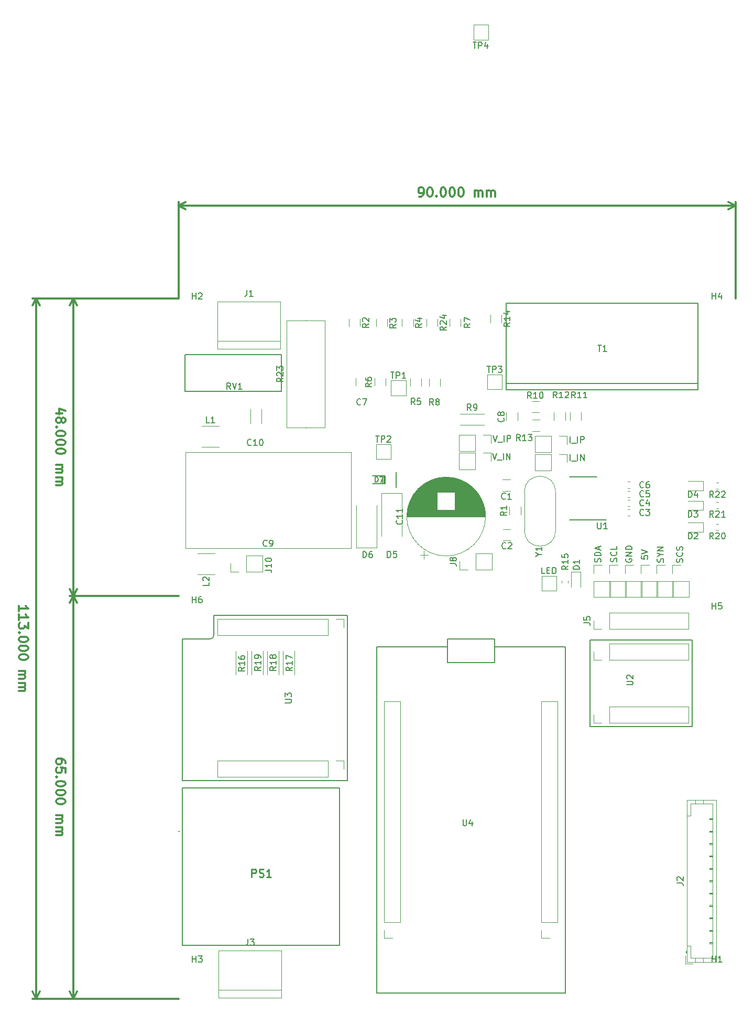
<source format=gbr>
%TF.GenerationSoftware,KiCad,Pcbnew,5.0.2-bee76a0~70~ubuntu18.04.1*%
%TF.CreationDate,2019-03-19T23:43:12+07:00*%
%TF.ProjectId,Layer1,4c617965-7231-42e6-9b69-6361645f7063,rev?*%
%TF.SameCoordinates,PXc65d40PYc65d40*%
%TF.FileFunction,Legend,Top*%
%TF.FilePolarity,Positive*%
%FSLAX46Y46*%
G04 Gerber Fmt 4.6, Leading zero omitted, Abs format (unit mm)*
G04 Created by KiCad (PCBNEW 5.0.2-bee76a0~70~ubuntu18.04.1) date Tue 19 Mar 2019 11:43:12 PM +07*
%MOMM*%
%LPD*%
G01*
G04 APERTURE LIST*
%ADD10C,0.150000*%
%ADD11C,0.300000*%
%ADD12C,0.120000*%
%ADD13C,0.200000*%
%ADD14C,0.254000*%
G04 APERTURE END LIST*
D10*
X59199542Y-44394380D02*
X58723352Y-44394380D01*
X58723352Y-43394380D01*
X59532876Y-43870571D02*
X59866209Y-43870571D01*
X60009066Y-44394380D02*
X59532876Y-44394380D01*
X59532876Y-43394380D01*
X60009066Y-43394380D01*
X60437638Y-44394380D02*
X60437638Y-43394380D01*
X60675733Y-43394380D01*
X60818590Y-43442000D01*
X60913828Y-43537238D01*
X60961447Y-43632476D01*
X61009066Y-43822952D01*
X61009066Y-43965809D01*
X60961447Y-44156285D01*
X60913828Y-44251523D01*
X60818590Y-44346761D01*
X60675733Y-44394380D01*
X60437638Y-44394380D01*
X81430761Y-42562304D02*
X81478380Y-42419447D01*
X81478380Y-42181352D01*
X81430761Y-42086114D01*
X81383142Y-42038495D01*
X81287904Y-41990876D01*
X81192666Y-41990876D01*
X81097428Y-42038495D01*
X81049809Y-42086114D01*
X81002190Y-42181352D01*
X80954571Y-42371828D01*
X80906952Y-42467066D01*
X80859333Y-42514685D01*
X80764095Y-42562304D01*
X80668857Y-42562304D01*
X80573619Y-42514685D01*
X80526000Y-42467066D01*
X80478380Y-42371828D01*
X80478380Y-42133733D01*
X80526000Y-41990876D01*
X81383142Y-40990876D02*
X81430761Y-41038495D01*
X81478380Y-41181352D01*
X81478380Y-41276590D01*
X81430761Y-41419447D01*
X81335523Y-41514685D01*
X81240285Y-41562304D01*
X81049809Y-41609923D01*
X80906952Y-41609923D01*
X80716476Y-41562304D01*
X80621238Y-41514685D01*
X80526000Y-41419447D01*
X80478380Y-41276590D01*
X80478380Y-41181352D01*
X80526000Y-41038495D01*
X80573619Y-40990876D01*
X81430761Y-40609923D02*
X81478380Y-40467066D01*
X81478380Y-40228971D01*
X81430761Y-40133733D01*
X81383142Y-40086114D01*
X81287904Y-40038495D01*
X81192666Y-40038495D01*
X81097428Y-40086114D01*
X81049809Y-40133733D01*
X81002190Y-40228971D01*
X80954571Y-40419447D01*
X80906952Y-40514685D01*
X80859333Y-40562304D01*
X80764095Y-40609923D01*
X80668857Y-40609923D01*
X80573619Y-40562304D01*
X80526000Y-40514685D01*
X80478380Y-40419447D01*
X80478380Y-40181352D01*
X80526000Y-40038495D01*
X78331961Y-42538495D02*
X78379580Y-42395638D01*
X78379580Y-42157542D01*
X78331961Y-42062304D01*
X78284342Y-42014685D01*
X78189104Y-41967066D01*
X78093866Y-41967066D01*
X77998628Y-42014685D01*
X77951009Y-42062304D01*
X77903390Y-42157542D01*
X77855771Y-42348019D01*
X77808152Y-42443257D01*
X77760533Y-42490876D01*
X77665295Y-42538495D01*
X77570057Y-42538495D01*
X77474819Y-42490876D01*
X77427200Y-42443257D01*
X77379580Y-42348019D01*
X77379580Y-42109923D01*
X77427200Y-41967066D01*
X77903390Y-41348019D02*
X78379580Y-41348019D01*
X77379580Y-41681352D02*
X77903390Y-41348019D01*
X77379580Y-41014685D01*
X78379580Y-40681352D02*
X77379580Y-40681352D01*
X78379580Y-40109923D01*
X77379580Y-40109923D01*
X74839580Y-41516276D02*
X74839580Y-41992466D01*
X75315771Y-42040085D01*
X75268152Y-41992466D01*
X75220533Y-41897228D01*
X75220533Y-41659133D01*
X75268152Y-41563895D01*
X75315771Y-41516276D01*
X75411009Y-41468657D01*
X75649104Y-41468657D01*
X75744342Y-41516276D01*
X75791961Y-41563895D01*
X75839580Y-41659133D01*
X75839580Y-41897228D01*
X75791961Y-41992466D01*
X75744342Y-42040085D01*
X74839580Y-41182942D02*
X75839580Y-40849609D01*
X74839580Y-40516276D01*
X72321800Y-42011504D02*
X72274180Y-42106742D01*
X72274180Y-42249600D01*
X72321800Y-42392457D01*
X72417038Y-42487695D01*
X72512276Y-42535314D01*
X72702752Y-42582933D01*
X72845609Y-42582933D01*
X73036085Y-42535314D01*
X73131323Y-42487695D01*
X73226561Y-42392457D01*
X73274180Y-42249600D01*
X73274180Y-42154361D01*
X73226561Y-42011504D01*
X73178942Y-41963885D01*
X72845609Y-41963885D01*
X72845609Y-42154361D01*
X73274180Y-41535314D02*
X72274180Y-41535314D01*
X73274180Y-40963885D01*
X72274180Y-40963885D01*
X73274180Y-40487695D02*
X72274180Y-40487695D01*
X72274180Y-40249600D01*
X72321800Y-40106742D01*
X72417038Y-40011504D01*
X72512276Y-39963885D01*
X72702752Y-39916266D01*
X72845609Y-39916266D01*
X73036085Y-39963885D01*
X73131323Y-40011504D01*
X73226561Y-40106742D01*
X73274180Y-40249600D01*
X73274180Y-40487695D01*
X70788161Y-42465476D02*
X70835780Y-42322619D01*
X70835780Y-42084523D01*
X70788161Y-41989285D01*
X70740542Y-41941666D01*
X70645304Y-41894047D01*
X70550066Y-41894047D01*
X70454828Y-41941666D01*
X70407209Y-41989285D01*
X70359590Y-42084523D01*
X70311971Y-42275000D01*
X70264352Y-42370238D01*
X70216733Y-42417857D01*
X70121495Y-42465476D01*
X70026257Y-42465476D01*
X69931019Y-42417857D01*
X69883400Y-42370238D01*
X69835780Y-42275000D01*
X69835780Y-42036904D01*
X69883400Y-41894047D01*
X70740542Y-40894047D02*
X70788161Y-40941666D01*
X70835780Y-41084523D01*
X70835780Y-41179761D01*
X70788161Y-41322619D01*
X70692923Y-41417857D01*
X70597685Y-41465476D01*
X70407209Y-41513095D01*
X70264352Y-41513095D01*
X70073876Y-41465476D01*
X69978638Y-41417857D01*
X69883400Y-41322619D01*
X69835780Y-41179761D01*
X69835780Y-41084523D01*
X69883400Y-40941666D01*
X69931019Y-40894047D01*
X70835780Y-39989285D02*
X70835780Y-40465476D01*
X69835780Y-40465476D01*
X68197361Y-42514685D02*
X68244980Y-42371828D01*
X68244980Y-42133733D01*
X68197361Y-42038495D01*
X68149742Y-41990876D01*
X68054504Y-41943257D01*
X67959266Y-41943257D01*
X67864028Y-41990876D01*
X67816409Y-42038495D01*
X67768790Y-42133733D01*
X67721171Y-42324209D01*
X67673552Y-42419447D01*
X67625933Y-42467066D01*
X67530695Y-42514685D01*
X67435457Y-42514685D01*
X67340219Y-42467066D01*
X67292600Y-42419447D01*
X67244980Y-42324209D01*
X67244980Y-42086114D01*
X67292600Y-41943257D01*
X68244980Y-41514685D02*
X67244980Y-41514685D01*
X67244980Y-41276590D01*
X67292600Y-41133733D01*
X67387838Y-41038495D01*
X67483076Y-40990876D01*
X67673552Y-40943257D01*
X67816409Y-40943257D01*
X68006885Y-40990876D01*
X68102123Y-41038495D01*
X68197361Y-41133733D01*
X68244980Y-41276590D01*
X68244980Y-41514685D01*
X67959266Y-40562304D02*
X67959266Y-40086114D01*
X68244980Y-40657542D02*
X67244980Y-40324209D01*
X68244980Y-39990876D01*
X63271542Y-26157180D02*
X63271542Y-25157180D01*
X63509638Y-26252419D02*
X64271542Y-26252419D01*
X64509638Y-26157180D02*
X64509638Y-25157180D01*
X64985828Y-26157180D02*
X64985828Y-25157180D01*
X65557257Y-26157180D01*
X65557257Y-25157180D01*
X63269952Y-23236180D02*
X63269952Y-22236180D01*
X63508047Y-23331419D02*
X64269952Y-23331419D01*
X64508047Y-23236180D02*
X64508047Y-22236180D01*
X64984238Y-23236180D02*
X64984238Y-22236180D01*
X65365190Y-22236180D01*
X65460428Y-22283800D01*
X65508047Y-22331419D01*
X65555666Y-22426657D01*
X65555666Y-22569514D01*
X65508047Y-22664752D01*
X65460428Y-22712371D01*
X65365190Y-22759990D01*
X64984238Y-22759990D01*
X50771609Y-24953980D02*
X51104942Y-25953980D01*
X51438276Y-24953980D01*
X51533514Y-26049219D02*
X52295419Y-26049219D01*
X52533514Y-25953980D02*
X52533514Y-24953980D01*
X53009704Y-25953980D02*
X53009704Y-24953980D01*
X53581133Y-25953980D01*
X53581133Y-24953980D01*
X50846219Y-22083780D02*
X51179552Y-23083780D01*
X51512885Y-22083780D01*
X51608123Y-23179019D02*
X52370028Y-23179019D01*
X52608123Y-23083780D02*
X52608123Y-22083780D01*
X53084314Y-23083780D02*
X53084314Y-22083780D01*
X53465266Y-22083780D01*
X53560504Y-22131400D01*
X53608123Y-22179019D01*
X53655742Y-22274257D01*
X53655742Y-22417114D01*
X53608123Y-22512352D01*
X53560504Y-22559971D01*
X53465266Y-22607590D01*
X53084314Y-22607590D01*
D11*
X-18278571Y-75000000D02*
X-18278571Y-74714285D01*
X-18349999Y-74571428D01*
X-18421428Y-74500000D01*
X-18635714Y-74357142D01*
X-18921428Y-74285714D01*
X-19492857Y-74285714D01*
X-19635714Y-74357142D01*
X-19707142Y-74428571D01*
X-19778571Y-74571428D01*
X-19778571Y-74857142D01*
X-19707142Y-75000000D01*
X-19635714Y-75071428D01*
X-19492857Y-75142857D01*
X-19135714Y-75142857D01*
X-18992857Y-75071428D01*
X-18921428Y-75000000D01*
X-18849999Y-74857142D01*
X-18849999Y-74571428D01*
X-18921428Y-74428571D01*
X-18992857Y-74357142D01*
X-19135714Y-74285714D01*
X-18278571Y-76500000D02*
X-18278571Y-75785714D01*
X-18992857Y-75714285D01*
X-18921428Y-75785714D01*
X-18849999Y-75928571D01*
X-18849999Y-76285714D01*
X-18921428Y-76428571D01*
X-18992857Y-76500000D01*
X-19135714Y-76571428D01*
X-19492857Y-76571428D01*
X-19635714Y-76500000D01*
X-19707142Y-76428571D01*
X-19778571Y-76285714D01*
X-19778571Y-75928571D01*
X-19707142Y-75785714D01*
X-19635714Y-75714285D01*
X-19635714Y-77214285D02*
X-19707142Y-77285714D01*
X-19778571Y-77214285D01*
X-19707142Y-77142857D01*
X-19635714Y-77214285D01*
X-19778571Y-77214285D01*
X-18278571Y-78214285D02*
X-18278571Y-78357142D01*
X-18350000Y-78500000D01*
X-18421428Y-78571428D01*
X-18564285Y-78642857D01*
X-18850000Y-78714285D01*
X-19207142Y-78714285D01*
X-19492857Y-78642857D01*
X-19635714Y-78571428D01*
X-19707142Y-78500000D01*
X-19778571Y-78357142D01*
X-19778571Y-78214285D01*
X-19707142Y-78071428D01*
X-19635714Y-78000000D01*
X-19492857Y-77928571D01*
X-19207142Y-77857142D01*
X-18849999Y-77857142D01*
X-18564285Y-77928571D01*
X-18421428Y-78000000D01*
X-18350000Y-78071428D01*
X-18278571Y-78214285D01*
X-18278571Y-79642857D02*
X-18278571Y-79785714D01*
X-18350000Y-79928571D01*
X-18421428Y-80000000D01*
X-18564285Y-80071428D01*
X-18850000Y-80142857D01*
X-19207142Y-80142857D01*
X-19492857Y-80071428D01*
X-19635714Y-80000000D01*
X-19707142Y-79928571D01*
X-19778571Y-79785714D01*
X-19778571Y-79642857D01*
X-19707142Y-79500000D01*
X-19635714Y-79428571D01*
X-19492857Y-79357142D01*
X-19207142Y-79285714D01*
X-18850000Y-79285714D01*
X-18564285Y-79357142D01*
X-18421428Y-79428571D01*
X-18350000Y-79500000D01*
X-18278571Y-79642857D01*
X-18278571Y-81071428D02*
X-18278571Y-81214285D01*
X-18350000Y-81357142D01*
X-18421428Y-81428571D01*
X-18564285Y-81500000D01*
X-18850000Y-81571428D01*
X-19207142Y-81571428D01*
X-19492857Y-81500000D01*
X-19635714Y-81428571D01*
X-19707142Y-81357142D01*
X-19778571Y-81214285D01*
X-19778571Y-81071428D01*
X-19707142Y-80928571D01*
X-19635714Y-80857142D01*
X-19492857Y-80785714D01*
X-19207142Y-80714285D01*
X-18850000Y-80714285D01*
X-18564285Y-80785714D01*
X-18421428Y-80857142D01*
X-18350000Y-80928571D01*
X-18278571Y-81071428D01*
X-19778571Y-83357142D02*
X-18778571Y-83357142D01*
X-18921428Y-83357142D02*
X-18850000Y-83428571D01*
X-18778571Y-83571428D01*
X-18778571Y-83785714D01*
X-18850000Y-83928571D01*
X-18992857Y-84000000D01*
X-19778571Y-84000000D01*
X-18992857Y-84000000D02*
X-18850000Y-84071428D01*
X-18778571Y-84214285D01*
X-18778571Y-84428571D01*
X-18850000Y-84571428D01*
X-18992857Y-84642857D01*
X-19778571Y-84642857D01*
X-19778571Y-85357142D02*
X-18778571Y-85357142D01*
X-18921428Y-85357142D02*
X-18850000Y-85428571D01*
X-18778571Y-85571428D01*
X-18778571Y-85785714D01*
X-18850000Y-85928571D01*
X-18992857Y-86000000D01*
X-19778571Y-86000000D01*
X-18992857Y-86000000D02*
X-18850000Y-86071428D01*
X-18778571Y-86214285D01*
X-18778571Y-86428571D01*
X-18850000Y-86571428D01*
X-18992857Y-86642857D01*
X-19778571Y-86642857D01*
X-17000000Y-48000000D02*
X-17000000Y-113000000D01*
X0Y-48000000D02*
X-17586421Y-48000000D01*
X0Y-113000000D02*
X-17586421Y-113000000D01*
X-17000000Y-113000000D02*
X-17586421Y-111873496D01*
X-17000000Y-113000000D02*
X-16413579Y-111873496D01*
X-17000000Y-48000000D02*
X-17586421Y-49126504D01*
X-17000000Y-48000000D02*
X-16413579Y-49126504D01*
X-25778571Y-50428571D02*
X-25778571Y-49571428D01*
X-25778571Y-50000000D02*
X-24278571Y-50000000D01*
X-24492857Y-49857142D01*
X-24635714Y-49714285D01*
X-24707142Y-49571428D01*
X-25778571Y-51857142D02*
X-25778571Y-51000000D01*
X-25778571Y-51428571D02*
X-24278571Y-51428571D01*
X-24492857Y-51285714D01*
X-24635714Y-51142857D01*
X-24707142Y-51000000D01*
X-24278571Y-52357142D02*
X-24278571Y-53285714D01*
X-24850000Y-52785714D01*
X-24850000Y-53000000D01*
X-24921428Y-53142857D01*
X-24992857Y-53214285D01*
X-25135714Y-53285714D01*
X-25492857Y-53285714D01*
X-25635714Y-53214285D01*
X-25707142Y-53142857D01*
X-25778571Y-53000000D01*
X-25778571Y-52571428D01*
X-25707142Y-52428571D01*
X-25635714Y-52357142D01*
X-25635714Y-53928571D02*
X-25707142Y-54000000D01*
X-25778571Y-53928571D01*
X-25707142Y-53857142D01*
X-25635714Y-53928571D01*
X-25778571Y-53928571D01*
X-24278571Y-54928571D02*
X-24278571Y-55071428D01*
X-24350000Y-55214285D01*
X-24421428Y-55285714D01*
X-24564285Y-55357142D01*
X-24850000Y-55428571D01*
X-25207142Y-55428571D01*
X-25492857Y-55357142D01*
X-25635714Y-55285714D01*
X-25707142Y-55214285D01*
X-25778571Y-55071428D01*
X-25778571Y-54928571D01*
X-25707142Y-54785714D01*
X-25635714Y-54714285D01*
X-25492857Y-54642857D01*
X-25207142Y-54571428D01*
X-24850000Y-54571428D01*
X-24564285Y-54642857D01*
X-24421428Y-54714285D01*
X-24350000Y-54785714D01*
X-24278571Y-54928571D01*
X-24278571Y-56357142D02*
X-24278571Y-56500000D01*
X-24350000Y-56642857D01*
X-24421428Y-56714285D01*
X-24564285Y-56785714D01*
X-24850000Y-56857142D01*
X-25207142Y-56857142D01*
X-25492857Y-56785714D01*
X-25635714Y-56714285D01*
X-25707142Y-56642857D01*
X-25778571Y-56500000D01*
X-25778571Y-56357142D01*
X-25707142Y-56214285D01*
X-25635714Y-56142857D01*
X-25492857Y-56071428D01*
X-25207142Y-56000000D01*
X-24850000Y-56000000D01*
X-24564285Y-56071428D01*
X-24421428Y-56142857D01*
X-24350000Y-56214285D01*
X-24278571Y-56357142D01*
X-24278571Y-57785714D02*
X-24278571Y-57928571D01*
X-24350000Y-58071428D01*
X-24421428Y-58142857D01*
X-24564285Y-58214285D01*
X-24850000Y-58285714D01*
X-25207142Y-58285714D01*
X-25492857Y-58214285D01*
X-25635714Y-58142857D01*
X-25707142Y-58071428D01*
X-25778571Y-57928571D01*
X-25778571Y-57785714D01*
X-25707142Y-57642857D01*
X-25635714Y-57571428D01*
X-25492857Y-57500000D01*
X-25207142Y-57428571D01*
X-24850000Y-57428571D01*
X-24564285Y-57500000D01*
X-24421428Y-57571428D01*
X-24350000Y-57642857D01*
X-24278571Y-57785714D01*
X-25778571Y-60071428D02*
X-24778571Y-60071428D01*
X-24921428Y-60071428D02*
X-24850000Y-60142857D01*
X-24778571Y-60285714D01*
X-24778571Y-60500000D01*
X-24850000Y-60642857D01*
X-24992857Y-60714285D01*
X-25778571Y-60714285D01*
X-24992857Y-60714285D02*
X-24850000Y-60785714D01*
X-24778571Y-60928571D01*
X-24778571Y-61142857D01*
X-24850000Y-61285714D01*
X-24992857Y-61357142D01*
X-25778571Y-61357142D01*
X-25778571Y-62071428D02*
X-24778571Y-62071428D01*
X-24921428Y-62071428D02*
X-24850000Y-62142857D01*
X-24778571Y-62285714D01*
X-24778571Y-62500000D01*
X-24850000Y-62642857D01*
X-24992857Y-62714285D01*
X-25778571Y-62714285D01*
X-24992857Y-62714285D02*
X-24850000Y-62785714D01*
X-24778571Y-62928571D01*
X-24778571Y-63142857D01*
X-24850000Y-63285714D01*
X-24992857Y-63357142D01*
X-25778571Y-63357142D01*
X-23000000Y0D02*
X-23000000Y-113000000D01*
X0Y0D02*
X-23586421Y0D01*
X0Y-113000000D02*
X-23586421Y-113000000D01*
X-23000000Y-113000000D02*
X-23586421Y-111873496D01*
X-23000000Y-113000000D02*
X-22413579Y-111873496D01*
X-23000000Y0D02*
X-23586421Y-1126504D01*
X-23000000Y0D02*
X-22413579Y-1126504D01*
X-18778571Y-18500000D02*
X-19778571Y-18500000D01*
X-18207142Y-18142857D02*
X-19278571Y-17785714D01*
X-19278571Y-18714285D01*
X-18921428Y-19500000D02*
X-18849999Y-19357142D01*
X-18778571Y-19285714D01*
X-18635714Y-19214285D01*
X-18564285Y-19214285D01*
X-18421428Y-19285714D01*
X-18349999Y-19357142D01*
X-18278571Y-19500000D01*
X-18278571Y-19785714D01*
X-18349999Y-19928571D01*
X-18421428Y-20000000D01*
X-18564285Y-20071428D01*
X-18635714Y-20071428D01*
X-18778571Y-20000000D01*
X-18849999Y-19928571D01*
X-18921428Y-19785714D01*
X-18921428Y-19500000D01*
X-18992857Y-19357142D01*
X-19064285Y-19285714D01*
X-19207142Y-19214285D01*
X-19492857Y-19214285D01*
X-19635714Y-19285714D01*
X-19707142Y-19357142D01*
X-19778571Y-19500000D01*
X-19778571Y-19785714D01*
X-19707142Y-19928571D01*
X-19635714Y-20000000D01*
X-19492857Y-20071428D01*
X-19207142Y-20071428D01*
X-19064285Y-20000000D01*
X-18992857Y-19928571D01*
X-18921428Y-19785714D01*
X-19635714Y-20714285D02*
X-19707142Y-20785714D01*
X-19778571Y-20714285D01*
X-19707142Y-20642857D01*
X-19635714Y-20714285D01*
X-19778571Y-20714285D01*
X-18278571Y-21714285D02*
X-18278571Y-21857142D01*
X-18350000Y-22000000D01*
X-18421428Y-22071428D01*
X-18564285Y-22142857D01*
X-18850000Y-22214285D01*
X-19207142Y-22214285D01*
X-19492857Y-22142857D01*
X-19635714Y-22071428D01*
X-19707142Y-22000000D01*
X-19778571Y-21857142D01*
X-19778571Y-21714285D01*
X-19707142Y-21571428D01*
X-19635714Y-21500000D01*
X-19492857Y-21428571D01*
X-19207142Y-21357142D01*
X-18849999Y-21357142D01*
X-18564285Y-21428571D01*
X-18421428Y-21500000D01*
X-18350000Y-21571428D01*
X-18278571Y-21714285D01*
X-18278571Y-23142857D02*
X-18278571Y-23285714D01*
X-18350000Y-23428571D01*
X-18421428Y-23500000D01*
X-18564285Y-23571428D01*
X-18850000Y-23642857D01*
X-19207142Y-23642857D01*
X-19492857Y-23571428D01*
X-19635714Y-23500000D01*
X-19707142Y-23428571D01*
X-19778571Y-23285714D01*
X-19778571Y-23142857D01*
X-19707142Y-23000000D01*
X-19635714Y-22928571D01*
X-19492857Y-22857142D01*
X-19207142Y-22785714D01*
X-18850000Y-22785714D01*
X-18564285Y-22857142D01*
X-18421428Y-22928571D01*
X-18350000Y-23000000D01*
X-18278571Y-23142857D01*
X-18278571Y-24571428D02*
X-18278571Y-24714285D01*
X-18350000Y-24857142D01*
X-18421428Y-24928571D01*
X-18564285Y-25000000D01*
X-18850000Y-25071428D01*
X-19207142Y-25071428D01*
X-19492857Y-25000000D01*
X-19635714Y-24928571D01*
X-19707142Y-24857142D01*
X-19778571Y-24714285D01*
X-19778571Y-24571428D01*
X-19707142Y-24428571D01*
X-19635714Y-24357142D01*
X-19492857Y-24285714D01*
X-19207142Y-24214285D01*
X-18850000Y-24214285D01*
X-18564285Y-24285714D01*
X-18421428Y-24357142D01*
X-18350000Y-24428571D01*
X-18278571Y-24571428D01*
X-19778571Y-26857142D02*
X-18778571Y-26857142D01*
X-18921428Y-26857142D02*
X-18850000Y-26928571D01*
X-18778571Y-27071428D01*
X-18778571Y-27285714D01*
X-18850000Y-27428571D01*
X-18992857Y-27500000D01*
X-19778571Y-27500000D01*
X-18992857Y-27500000D02*
X-18850000Y-27571428D01*
X-18778571Y-27714285D01*
X-18778571Y-27928571D01*
X-18850000Y-28071428D01*
X-18992857Y-28142857D01*
X-19778571Y-28142857D01*
X-19778571Y-28857142D02*
X-18778571Y-28857142D01*
X-18921428Y-28857142D02*
X-18850000Y-28928571D01*
X-18778571Y-29071428D01*
X-18778571Y-29285714D01*
X-18850000Y-29428571D01*
X-18992857Y-29500000D01*
X-19778571Y-29500000D01*
X-18992857Y-29500000D02*
X-18850000Y-29571428D01*
X-18778571Y-29714285D01*
X-18778571Y-29928571D01*
X-18850000Y-30071428D01*
X-18992857Y-30142857D01*
X-19778571Y-30142857D01*
X-17000000Y0D02*
X-17000000Y-48000000D01*
X0Y0D02*
X-17586421Y0D01*
X0Y-48000000D02*
X-17586421Y-48000000D01*
X-17000000Y-48000000D02*
X-17586421Y-46873496D01*
X-17000000Y-48000000D02*
X-16413579Y-46873496D01*
X-17000000Y0D02*
X-17586421Y-1126504D01*
X-17000000Y0D02*
X-16413579Y-1126504D01*
X38928571Y16421428D02*
X39214285Y16421428D01*
X39357142Y16492857D01*
X39428571Y16564285D01*
X39571428Y16778571D01*
X39642857Y17064285D01*
X39642857Y17635714D01*
X39571428Y17778571D01*
X39500000Y17850000D01*
X39357142Y17921428D01*
X39071428Y17921428D01*
X38928571Y17850000D01*
X38857142Y17778571D01*
X38785714Y17635714D01*
X38785714Y17278571D01*
X38857142Y17135714D01*
X38928571Y17064285D01*
X39071428Y16992857D01*
X39357142Y16992857D01*
X39500000Y17064285D01*
X39571428Y17135714D01*
X39642857Y17278571D01*
X40571428Y17921428D02*
X40714285Y17921428D01*
X40857142Y17850000D01*
X40928571Y17778571D01*
X41000000Y17635714D01*
X41071428Y17350000D01*
X41071428Y16992857D01*
X41000000Y16707142D01*
X40928571Y16564285D01*
X40857142Y16492857D01*
X40714285Y16421428D01*
X40571428Y16421428D01*
X40428571Y16492857D01*
X40357142Y16564285D01*
X40285714Y16707142D01*
X40214285Y16992857D01*
X40214285Y17350000D01*
X40285714Y17635714D01*
X40357142Y17778571D01*
X40428571Y17850000D01*
X40571428Y17921428D01*
X41714285Y16564285D02*
X41785714Y16492857D01*
X41714285Y16421428D01*
X41642857Y16492857D01*
X41714285Y16564285D01*
X41714285Y16421428D01*
X42714285Y17921428D02*
X42857142Y17921428D01*
X43000000Y17850000D01*
X43071428Y17778571D01*
X43142857Y17635714D01*
X43214285Y17350000D01*
X43214285Y16992857D01*
X43142857Y16707142D01*
X43071428Y16564285D01*
X43000000Y16492857D01*
X42857142Y16421428D01*
X42714285Y16421428D01*
X42571428Y16492857D01*
X42500000Y16564285D01*
X42428571Y16707142D01*
X42357142Y16992857D01*
X42357142Y17350000D01*
X42428571Y17635714D01*
X42500000Y17778571D01*
X42571428Y17850000D01*
X42714285Y17921428D01*
X44142857Y17921428D02*
X44285714Y17921428D01*
X44428571Y17850000D01*
X44500000Y17778571D01*
X44571428Y17635714D01*
X44642857Y17350000D01*
X44642857Y16992857D01*
X44571428Y16707142D01*
X44500000Y16564285D01*
X44428571Y16492857D01*
X44285714Y16421428D01*
X44142857Y16421428D01*
X44000000Y16492857D01*
X43928571Y16564285D01*
X43857142Y16707142D01*
X43785714Y16992857D01*
X43785714Y17350000D01*
X43857142Y17635714D01*
X43928571Y17778571D01*
X44000000Y17850000D01*
X44142857Y17921428D01*
X45571428Y17921428D02*
X45714285Y17921428D01*
X45857142Y17850000D01*
X45928571Y17778571D01*
X46000000Y17635714D01*
X46071428Y17350000D01*
X46071428Y16992857D01*
X46000000Y16707142D01*
X45928571Y16564285D01*
X45857142Y16492857D01*
X45714285Y16421428D01*
X45571428Y16421428D01*
X45428571Y16492857D01*
X45357142Y16564285D01*
X45285714Y16707142D01*
X45214285Y16992857D01*
X45214285Y17350000D01*
X45285714Y17635714D01*
X45357142Y17778571D01*
X45428571Y17850000D01*
X45571428Y17921428D01*
X47857142Y16421428D02*
X47857142Y17421428D01*
X47857142Y17278571D02*
X47928571Y17350000D01*
X48071428Y17421428D01*
X48285714Y17421428D01*
X48428571Y17350000D01*
X48500000Y17207142D01*
X48500000Y16421428D01*
X48500000Y17207142D02*
X48571428Y17350000D01*
X48714285Y17421428D01*
X48928571Y17421428D01*
X49071428Y17350000D01*
X49142857Y17207142D01*
X49142857Y16421428D01*
X49857142Y16421428D02*
X49857142Y17421428D01*
X49857142Y17278571D02*
X49928571Y17350000D01*
X50071428Y17421428D01*
X50285714Y17421428D01*
X50428571Y17350000D01*
X50500000Y17207142D01*
X50500000Y16421428D01*
X50500000Y17207142D02*
X50571428Y17350000D01*
X50714285Y17421428D01*
X50928571Y17421428D01*
X51071428Y17350000D01*
X51142857Y17207142D01*
X51142857Y16421428D01*
X0Y15000000D02*
X90000000Y15000000D01*
X0Y0D02*
X0Y15586421D01*
X90000000Y0D02*
X90000000Y15586421D01*
X90000000Y15000000D02*
X88873496Y14413579D01*
X90000000Y15000000D02*
X88873496Y15586421D01*
X0Y15000000D02*
X1126504Y14413579D01*
X0Y15000000D02*
X1126504Y15586421D01*
D12*
X74750000Y-48197000D02*
X77410000Y-48197000D01*
X74750000Y-45597000D02*
X74750000Y-48197000D01*
X77410000Y-45597000D02*
X77410000Y-48197000D01*
X74750000Y-45597000D02*
X77410000Y-45597000D01*
X74750000Y-44327000D02*
X74750000Y-42997000D01*
X74750000Y-42997000D02*
X76080000Y-42997000D01*
X72210000Y-48197000D02*
X74870000Y-48197000D01*
X72210000Y-45597000D02*
X72210000Y-48197000D01*
X74870000Y-45597000D02*
X74870000Y-48197000D01*
X72210000Y-45597000D02*
X74870000Y-45597000D01*
X72210000Y-44327000D02*
X72210000Y-42997000D01*
X72210000Y-42997000D02*
X73540000Y-42997000D01*
X67130000Y-42997000D02*
X68460000Y-42997000D01*
X67130000Y-44327000D02*
X67130000Y-42997000D01*
X67130000Y-45597000D02*
X69790000Y-45597000D01*
X69790000Y-45597000D02*
X69790000Y-48197000D01*
X67130000Y-45597000D02*
X67130000Y-48197000D01*
X67130000Y-48197000D02*
X69790000Y-48197000D01*
X79830000Y-48197000D02*
X82490000Y-48197000D01*
X79830000Y-45597000D02*
X79830000Y-48197000D01*
X82490000Y-45597000D02*
X82490000Y-48197000D01*
X79830000Y-45597000D02*
X82490000Y-45597000D01*
X79830000Y-44327000D02*
X79830000Y-42997000D01*
X79830000Y-42997000D02*
X81160000Y-42997000D01*
X69670000Y-42997000D02*
X71000000Y-42997000D01*
X69670000Y-44327000D02*
X69670000Y-42997000D01*
X69670000Y-45597000D02*
X72330000Y-45597000D01*
X72330000Y-45597000D02*
X72330000Y-48197000D01*
X69670000Y-45597000D02*
X69670000Y-48197000D01*
X69670000Y-48197000D02*
X72330000Y-48197000D01*
X77290000Y-48197000D02*
X79950000Y-48197000D01*
X77290000Y-45597000D02*
X77290000Y-48197000D01*
X79950000Y-45597000D02*
X79950000Y-48197000D01*
X77290000Y-45597000D02*
X79950000Y-45597000D01*
X77290000Y-44327000D02*
X77290000Y-42997000D01*
X77290000Y-42997000D02*
X78620000Y-42997000D01*
X5882052Y-44521700D02*
X3109548Y-44521700D01*
X5882052Y-41101700D02*
X3109548Y-41101700D01*
X50534600Y-24913000D02*
X50534600Y-26243000D01*
X49204600Y-24913000D02*
X50534600Y-24913000D01*
X47934600Y-24913000D02*
X47934600Y-27573000D01*
X47934600Y-27573000D02*
X45334600Y-27573000D01*
X47934600Y-24913000D02*
X45334600Y-24913000D01*
X45334600Y-24913000D02*
X45334600Y-27573000D01*
X57615500Y-22157100D02*
X57615500Y-24817100D01*
X60215500Y-22157100D02*
X57615500Y-22157100D01*
X60215500Y-24817100D02*
X57615500Y-24817100D01*
X60215500Y-22157100D02*
X60215500Y-24817100D01*
X61485500Y-22157100D02*
X62815500Y-22157100D01*
X62815500Y-22157100D02*
X62815500Y-23487100D01*
X62815500Y-25116200D02*
X62815500Y-26446200D01*
X61485500Y-25116200D02*
X62815500Y-25116200D01*
X60215500Y-25116200D02*
X60215500Y-27776200D01*
X60215500Y-27776200D02*
X57615500Y-27776200D01*
X60215500Y-25116200D02*
X57615500Y-25116200D01*
X57615500Y-25116200D02*
X57615500Y-27776200D01*
X45334600Y-21992000D02*
X45334600Y-24652000D01*
X47934600Y-21992000D02*
X45334600Y-21992000D01*
X47934600Y-24652000D02*
X45334600Y-24652000D01*
X47934600Y-21992000D02*
X47934600Y-24652000D01*
X49204600Y-21992000D02*
X50534600Y-21992000D01*
X50534600Y-21992000D02*
X50534600Y-23322000D01*
X8398200Y-44103600D02*
X8398200Y-42773600D01*
X9728200Y-44103600D02*
X8398200Y-44103600D01*
X10998200Y-44103600D02*
X10998200Y-41443600D01*
X10998200Y-41443600D02*
X13598200Y-41443600D01*
X10998200Y-44103600D02*
X13598200Y-44103600D01*
X13598200Y-44103600D02*
X13598200Y-41443600D01*
X45436200Y-43778200D02*
X45436200Y-42448200D01*
X46766200Y-43778200D02*
X45436200Y-43778200D01*
X48036200Y-43778200D02*
X48036200Y-41118200D01*
X48036200Y-41118200D02*
X50636200Y-41118200D01*
X48036200Y-43778200D02*
X50636200Y-43778200D01*
X50636200Y-43778200D02*
X50636200Y-41118200D01*
X58674800Y-44778000D02*
X61074800Y-44778000D01*
X61074800Y-44778000D02*
X61074800Y-47178000D01*
X61074800Y-47178000D02*
X58674800Y-47178000D01*
X58674800Y-47178000D02*
X58674800Y-44778000D01*
X17454000Y-20812000D02*
X23694000Y-20812000D01*
X23694000Y-20812000D02*
X23694000Y-3572000D01*
X23694000Y-3572000D02*
X17454000Y-3572000D01*
X17454000Y-3572000D02*
X17454000Y-20812000D01*
X20574000Y-20912000D02*
X20574000Y-20812000D01*
X20574000Y-3472000D02*
X20574000Y-3572000D01*
X82437000Y-53330000D02*
X82437000Y-50670000D01*
X69677000Y-53330000D02*
X82437000Y-53330000D01*
X69677000Y-50670000D02*
X82437000Y-50670000D01*
X69677000Y-53330000D02*
X69677000Y-50670000D01*
X68407000Y-53330000D02*
X67077000Y-53330000D01*
X67077000Y-53330000D02*
X67077000Y-52000000D01*
D10*
X52983200Y-14734400D02*
X52983200Y-734400D01*
X52983200Y-734400D02*
X83983200Y-734400D01*
X83983200Y-734400D02*
X83983200Y-14734400D01*
X83983200Y-14734400D02*
X52983200Y-14734400D01*
X52983200Y-13734400D02*
X83983200Y-13734400D01*
D12*
X61274000Y-100632000D02*
X58614000Y-100632000D01*
X61274000Y-100632000D02*
X61274000Y-65012000D01*
X61274000Y-65012000D02*
X58614000Y-65012000D01*
X58614000Y-100632000D02*
X58614000Y-65012000D01*
X58614000Y-103232000D02*
X58614000Y-101902000D01*
X59944000Y-103232000D02*
X58614000Y-103232000D01*
X34544000Y-103232000D02*
X33214000Y-103232000D01*
X35874000Y-65012000D02*
X33214000Y-65012000D01*
X35874000Y-100632000D02*
X35874000Y-65012000D01*
X33214000Y-103232000D02*
X33214000Y-101902000D01*
X35874000Y-100632000D02*
X33214000Y-100632000D01*
X33214000Y-100632000D02*
X33214000Y-65012000D01*
D10*
X62484000Y-84122000D02*
X62484000Y-56182000D01*
X62484000Y-56182000D02*
X51054000Y-56182000D01*
X43434000Y-56182000D02*
X32004000Y-56182000D01*
X32004000Y-56182000D02*
X32004000Y-63802000D01*
X32004000Y-63802000D02*
X32004000Y-84122000D01*
X32004000Y-84122000D02*
X32004000Y-112062000D01*
X32004000Y-112062000D02*
X62484000Y-112062000D01*
X62484000Y-112062000D02*
X62484000Y-84122000D01*
X51054000Y-54912000D02*
X43434000Y-54912000D01*
X43434000Y-54912000D02*
X43434000Y-57452000D01*
X51054000Y-57452000D02*
X51054000Y-54912000D01*
X51054000Y-57452000D02*
X51054000Y-58722000D01*
X51054000Y-58722000D02*
X43434000Y-58722000D01*
X43434000Y-58722000D02*
X43434000Y-57452000D01*
D13*
X600000Y-104400000D02*
X600000Y-79000000D01*
X600000Y-79000000D02*
X26000000Y-79000000D01*
X26000000Y-79000000D02*
X26000000Y-104400000D01*
X26000000Y-104400000D02*
X600000Y-104400000D01*
D14*
X112000Y-86018000D02*
G75*
G03X112000Y-86018000I-41000J0D01*
G01*
D12*
X40509500Y-12940936D02*
X40509500Y-14145064D01*
X42329500Y-12940936D02*
X42329500Y-14145064D01*
X40065000Y-4493064D02*
X40065000Y-3288936D01*
X41885000Y-4493064D02*
X41885000Y-3288936D01*
X28698500Y-12877436D02*
X28698500Y-14081564D01*
X30518500Y-12877436D02*
X30518500Y-14081564D01*
X43811500Y-3288936D02*
X43811500Y-4493064D01*
X45631500Y-3288936D02*
X45631500Y-4493064D01*
X49631000Y-35173000D02*
G75*
G03X49631000Y-35173000I-6370000J0D01*
G01*
X36931000Y-35173000D02*
X49591000Y-35173000D01*
X36931000Y-35133000D02*
X49591000Y-35133000D01*
X36931000Y-35093000D02*
X49591000Y-35093000D01*
X36932000Y-35053000D02*
X49590000Y-35053000D01*
X36933000Y-35013000D02*
X49589000Y-35013000D01*
X36934000Y-34973000D02*
X49588000Y-34973000D01*
X36935000Y-34933000D02*
X49587000Y-34933000D01*
X36937000Y-34893000D02*
X49585000Y-34893000D01*
X36939000Y-34853000D02*
X49583000Y-34853000D01*
X36941000Y-34813000D02*
X49581000Y-34813000D01*
X36943000Y-34773000D02*
X49579000Y-34773000D01*
X36946000Y-34733000D02*
X49576000Y-34733000D01*
X36949000Y-34693000D02*
X49573000Y-34693000D01*
X36952000Y-34653000D02*
X49570000Y-34653000D01*
X36955000Y-34613000D02*
X49567000Y-34613000D01*
X36959000Y-34573000D02*
X49563000Y-34573000D01*
X36963000Y-34533000D02*
X49559000Y-34533000D01*
X36967000Y-34493000D02*
X49555000Y-34493000D01*
X36971000Y-34452000D02*
X49551000Y-34452000D01*
X36976000Y-34412000D02*
X49546000Y-34412000D01*
X36981000Y-34372000D02*
X49541000Y-34372000D01*
X36986000Y-34332000D02*
X49536000Y-34332000D01*
X36992000Y-34292000D02*
X49530000Y-34292000D01*
X36997000Y-34252000D02*
X49525000Y-34252000D01*
X37003000Y-34212000D02*
X49519000Y-34212000D01*
X37009000Y-34172000D02*
X49513000Y-34172000D01*
X37016000Y-34132000D02*
X49506000Y-34132000D01*
X37023000Y-34092000D02*
X41821000Y-34092000D01*
X44701000Y-34092000D02*
X49499000Y-34092000D01*
X37030000Y-34052000D02*
X41821000Y-34052000D01*
X44701000Y-34052000D02*
X49492000Y-34052000D01*
X37037000Y-34012000D02*
X41821000Y-34012000D01*
X44701000Y-34012000D02*
X49485000Y-34012000D01*
X37045000Y-33972000D02*
X41821000Y-33972000D01*
X44701000Y-33972000D02*
X49477000Y-33972000D01*
X37052000Y-33932000D02*
X41821000Y-33932000D01*
X44701000Y-33932000D02*
X49470000Y-33932000D01*
X37060000Y-33892000D02*
X41821000Y-33892000D01*
X44701000Y-33892000D02*
X49462000Y-33892000D01*
X37069000Y-33852000D02*
X41821000Y-33852000D01*
X44701000Y-33852000D02*
X49453000Y-33852000D01*
X37077000Y-33812000D02*
X41821000Y-33812000D01*
X44701000Y-33812000D02*
X49445000Y-33812000D01*
X37086000Y-33772000D02*
X41821000Y-33772000D01*
X44701000Y-33772000D02*
X49436000Y-33772000D01*
X37095000Y-33732000D02*
X41821000Y-33732000D01*
X44701000Y-33732000D02*
X49427000Y-33732000D01*
X37105000Y-33692000D02*
X41821000Y-33692000D01*
X44701000Y-33692000D02*
X49417000Y-33692000D01*
X37115000Y-33652000D02*
X41821000Y-33652000D01*
X44701000Y-33652000D02*
X49407000Y-33652000D01*
X37124000Y-33612000D02*
X41821000Y-33612000D01*
X44701000Y-33612000D02*
X49398000Y-33612000D01*
X37135000Y-33572000D02*
X41821000Y-33572000D01*
X44701000Y-33572000D02*
X49387000Y-33572000D01*
X37145000Y-33532000D02*
X41821000Y-33532000D01*
X44701000Y-33532000D02*
X49377000Y-33532000D01*
X37156000Y-33492000D02*
X41821000Y-33492000D01*
X44701000Y-33492000D02*
X49366000Y-33492000D01*
X37167000Y-33452000D02*
X41821000Y-33452000D01*
X44701000Y-33452000D02*
X49355000Y-33452000D01*
X37178000Y-33412000D02*
X41821000Y-33412000D01*
X44701000Y-33412000D02*
X49344000Y-33412000D01*
X37190000Y-33372000D02*
X41821000Y-33372000D01*
X44701000Y-33372000D02*
X49332000Y-33372000D01*
X37202000Y-33332000D02*
X41821000Y-33332000D01*
X44701000Y-33332000D02*
X49320000Y-33332000D01*
X37214000Y-33292000D02*
X41821000Y-33292000D01*
X44701000Y-33292000D02*
X49308000Y-33292000D01*
X37227000Y-33252000D02*
X41821000Y-33252000D01*
X44701000Y-33252000D02*
X49295000Y-33252000D01*
X37240000Y-33212000D02*
X41821000Y-33212000D01*
X44701000Y-33212000D02*
X49282000Y-33212000D01*
X37253000Y-33172000D02*
X41821000Y-33172000D01*
X44701000Y-33172000D02*
X49269000Y-33172000D01*
X37266000Y-33132000D02*
X41821000Y-33132000D01*
X44701000Y-33132000D02*
X49256000Y-33132000D01*
X37280000Y-33092000D02*
X41821000Y-33092000D01*
X44701000Y-33092000D02*
X49242000Y-33092000D01*
X37294000Y-33052000D02*
X41821000Y-33052000D01*
X44701000Y-33052000D02*
X49228000Y-33052000D01*
X37308000Y-33012000D02*
X41821000Y-33012000D01*
X44701000Y-33012000D02*
X49214000Y-33012000D01*
X37322000Y-32972000D02*
X41821000Y-32972000D01*
X44701000Y-32972000D02*
X49200000Y-32972000D01*
X37337000Y-32932000D02*
X41821000Y-32932000D01*
X44701000Y-32932000D02*
X49185000Y-32932000D01*
X37353000Y-32892000D02*
X41821000Y-32892000D01*
X44701000Y-32892000D02*
X49169000Y-32892000D01*
X37368000Y-32852000D02*
X41821000Y-32852000D01*
X44701000Y-32852000D02*
X49154000Y-32852000D01*
X37384000Y-32812000D02*
X41821000Y-32812000D01*
X44701000Y-32812000D02*
X49138000Y-32812000D01*
X37400000Y-32772000D02*
X41821000Y-32772000D01*
X44701000Y-32772000D02*
X49122000Y-32772000D01*
X37416000Y-32732000D02*
X41821000Y-32732000D01*
X44701000Y-32732000D02*
X49106000Y-32732000D01*
X37433000Y-32692000D02*
X41821000Y-32692000D01*
X44701000Y-32692000D02*
X49089000Y-32692000D01*
X37450000Y-32652000D02*
X41821000Y-32652000D01*
X44701000Y-32652000D02*
X49072000Y-32652000D01*
X37468000Y-32612000D02*
X41821000Y-32612000D01*
X44701000Y-32612000D02*
X49054000Y-32612000D01*
X37485000Y-32572000D02*
X41821000Y-32572000D01*
X44701000Y-32572000D02*
X49037000Y-32572000D01*
X37503000Y-32532000D02*
X41821000Y-32532000D01*
X44701000Y-32532000D02*
X49019000Y-32532000D01*
X37522000Y-32492000D02*
X41821000Y-32492000D01*
X44701000Y-32492000D02*
X49000000Y-32492000D01*
X37540000Y-32452000D02*
X41821000Y-32452000D01*
X44701000Y-32452000D02*
X48982000Y-32452000D01*
X37559000Y-32412000D02*
X41821000Y-32412000D01*
X44701000Y-32412000D02*
X48963000Y-32412000D01*
X37579000Y-32372000D02*
X41821000Y-32372000D01*
X44701000Y-32372000D02*
X48943000Y-32372000D01*
X37599000Y-32332000D02*
X41821000Y-32332000D01*
X44701000Y-32332000D02*
X48923000Y-32332000D01*
X37619000Y-32292000D02*
X41821000Y-32292000D01*
X44701000Y-32292000D02*
X48903000Y-32292000D01*
X37639000Y-32252000D02*
X41821000Y-32252000D01*
X44701000Y-32252000D02*
X48883000Y-32252000D01*
X37660000Y-32212000D02*
X41821000Y-32212000D01*
X44701000Y-32212000D02*
X48862000Y-32212000D01*
X37681000Y-32172000D02*
X41821000Y-32172000D01*
X44701000Y-32172000D02*
X48841000Y-32172000D01*
X37703000Y-32132000D02*
X41821000Y-32132000D01*
X44701000Y-32132000D02*
X48819000Y-32132000D01*
X37725000Y-32092000D02*
X41821000Y-32092000D01*
X44701000Y-32092000D02*
X48797000Y-32092000D01*
X37747000Y-32052000D02*
X41821000Y-32052000D01*
X44701000Y-32052000D02*
X48775000Y-32052000D01*
X37770000Y-32012000D02*
X41821000Y-32012000D01*
X44701000Y-32012000D02*
X48752000Y-32012000D01*
X37793000Y-31972000D02*
X41821000Y-31972000D01*
X44701000Y-31972000D02*
X48729000Y-31972000D01*
X37816000Y-31932000D02*
X41821000Y-31932000D01*
X44701000Y-31932000D02*
X48706000Y-31932000D01*
X37840000Y-31892000D02*
X41821000Y-31892000D01*
X44701000Y-31892000D02*
X48682000Y-31892000D01*
X37864000Y-31852000D02*
X41821000Y-31852000D01*
X44701000Y-31852000D02*
X48658000Y-31852000D01*
X37889000Y-31812000D02*
X41821000Y-31812000D01*
X44701000Y-31812000D02*
X48633000Y-31812000D01*
X37914000Y-31772000D02*
X41821000Y-31772000D01*
X44701000Y-31772000D02*
X48608000Y-31772000D01*
X37939000Y-31732000D02*
X41821000Y-31732000D01*
X44701000Y-31732000D02*
X48583000Y-31732000D01*
X37965000Y-31692000D02*
X41821000Y-31692000D01*
X44701000Y-31692000D02*
X48557000Y-31692000D01*
X37991000Y-31652000D02*
X41821000Y-31652000D01*
X44701000Y-31652000D02*
X48531000Y-31652000D01*
X38018000Y-31612000D02*
X41821000Y-31612000D01*
X44701000Y-31612000D02*
X48504000Y-31612000D01*
X38045000Y-31572000D02*
X41821000Y-31572000D01*
X44701000Y-31572000D02*
X48477000Y-31572000D01*
X38073000Y-31532000D02*
X41821000Y-31532000D01*
X44701000Y-31532000D02*
X48449000Y-31532000D01*
X38101000Y-31492000D02*
X41821000Y-31492000D01*
X44701000Y-31492000D02*
X48421000Y-31492000D01*
X38130000Y-31452000D02*
X41821000Y-31452000D01*
X44701000Y-31452000D02*
X48392000Y-31452000D01*
X38159000Y-31412000D02*
X41821000Y-31412000D01*
X44701000Y-31412000D02*
X48363000Y-31412000D01*
X38188000Y-31372000D02*
X41821000Y-31372000D01*
X44701000Y-31372000D02*
X48334000Y-31372000D01*
X38218000Y-31332000D02*
X41821000Y-31332000D01*
X44701000Y-31332000D02*
X48304000Y-31332000D01*
X38249000Y-31292000D02*
X41821000Y-31292000D01*
X44701000Y-31292000D02*
X48273000Y-31292000D01*
X38279000Y-31252000D02*
X41821000Y-31252000D01*
X44701000Y-31252000D02*
X48243000Y-31252000D01*
X38311000Y-31212000D02*
X48211000Y-31212000D01*
X38343000Y-31172000D02*
X48179000Y-31172000D01*
X38376000Y-31132000D02*
X48146000Y-31132000D01*
X38409000Y-31092000D02*
X48113000Y-31092000D01*
X38442000Y-31052000D02*
X48080000Y-31052000D01*
X38476000Y-31012000D02*
X48046000Y-31012000D01*
X38511000Y-30972000D02*
X48011000Y-30972000D01*
X38547000Y-30932000D02*
X47975000Y-30932000D01*
X38583000Y-30892000D02*
X47939000Y-30892000D01*
X38619000Y-30852000D02*
X47903000Y-30852000D01*
X38656000Y-30812000D02*
X47866000Y-30812000D01*
X38694000Y-30772000D02*
X47828000Y-30772000D01*
X38733000Y-30732000D02*
X47789000Y-30732000D01*
X38772000Y-30692000D02*
X47750000Y-30692000D01*
X38812000Y-30652000D02*
X47710000Y-30652000D01*
X38853000Y-30612000D02*
X47669000Y-30612000D01*
X38894000Y-30572000D02*
X47628000Y-30572000D01*
X38936000Y-30532000D02*
X47586000Y-30532000D01*
X38979000Y-30492000D02*
X47543000Y-30492000D01*
X39023000Y-30452000D02*
X47499000Y-30452000D01*
X39067000Y-30412000D02*
X47455000Y-30412000D01*
X39113000Y-30372000D02*
X47409000Y-30372000D01*
X39159000Y-30332000D02*
X47363000Y-30332000D01*
X39206000Y-30292000D02*
X47316000Y-30292000D01*
X39254000Y-30252000D02*
X47268000Y-30252000D01*
X39304000Y-30212000D02*
X47218000Y-30212000D01*
X39354000Y-30172000D02*
X47168000Y-30172000D01*
X39405000Y-30132000D02*
X47117000Y-30132000D01*
X39457000Y-30092000D02*
X47065000Y-30092000D01*
X39511000Y-30052000D02*
X47011000Y-30052000D01*
X39565000Y-30012000D02*
X46957000Y-30012000D01*
X39621000Y-29972000D02*
X46901000Y-29972000D01*
X39678000Y-29932000D02*
X46844000Y-29932000D01*
X39737000Y-29892000D02*
X46785000Y-29892000D01*
X39797000Y-29852000D02*
X46725000Y-29852000D01*
X39859000Y-29812000D02*
X46663000Y-29812000D01*
X39922000Y-29772000D02*
X46600000Y-29772000D01*
X39986000Y-29732000D02*
X46536000Y-29732000D01*
X40053000Y-29692000D02*
X46469000Y-29692000D01*
X40121000Y-29652000D02*
X46401000Y-29652000D01*
X40192000Y-29612000D02*
X46330000Y-29612000D01*
X40265000Y-29572000D02*
X46257000Y-29572000D01*
X40340000Y-29532000D02*
X46182000Y-29532000D01*
X40417000Y-29492000D02*
X46105000Y-29492000D01*
X40497000Y-29452000D02*
X46025000Y-29452000D01*
X40580000Y-29412000D02*
X45942000Y-29412000D01*
X40667000Y-29372000D02*
X45855000Y-29372000D01*
X40757000Y-29332000D02*
X45765000Y-29332000D01*
X40851000Y-29292000D02*
X45671000Y-29292000D01*
X40949000Y-29252000D02*
X45573000Y-29252000D01*
X41052000Y-29212000D02*
X45470000Y-29212000D01*
X41161000Y-29172000D02*
X45361000Y-29172000D01*
X41277000Y-29132000D02*
X45245000Y-29132000D01*
X41400000Y-29092000D02*
X45122000Y-29092000D01*
X41533000Y-29052000D02*
X44989000Y-29052000D01*
X41678000Y-29012000D02*
X44844000Y-29012000D01*
X41839000Y-28972000D02*
X44683000Y-28972000D01*
X42020000Y-28932000D02*
X44502000Y-28932000D01*
X42233000Y-28892000D02*
X44289000Y-28892000D01*
X42504000Y-28852000D02*
X44018000Y-28852000D01*
X42944000Y-28812000D02*
X43578000Y-28812000D01*
X39686000Y-41990082D02*
X39686000Y-40740082D01*
X39061000Y-41365082D02*
X40311000Y-41365082D01*
X11617000Y-20115252D02*
X11617000Y-17892748D01*
X13437000Y-20115252D02*
X13437000Y-17892748D01*
X36084500Y-31408000D02*
X36084500Y-38308000D01*
X32784500Y-31408000D02*
X32784500Y-38308000D01*
X36084500Y-31408000D02*
X32784500Y-31408000D01*
X28784000Y-40231500D02*
X32084000Y-40231500D01*
X32084000Y-40231500D02*
X32084000Y-33331500D01*
X28784000Y-40231500D02*
X28784000Y-33331500D01*
X3774748Y-20532500D02*
X6547252Y-20532500D01*
X3774748Y-23952500D02*
X6547252Y-23952500D01*
X27855000Y-40279500D02*
X1115000Y-40279500D01*
X27855000Y-24779500D02*
X1115000Y-24779500D01*
X27855000Y-40279500D02*
X27855000Y-24779500D01*
X1115000Y-40279500D02*
X1115000Y-24779500D01*
D10*
X33402500Y-29877500D02*
X31402500Y-29877500D01*
X31402500Y-28577500D02*
X33402500Y-28577500D01*
X33202500Y-28577500D02*
X33202500Y-29877500D01*
X33002500Y-29877500D02*
X33002500Y-28577500D01*
X33402500Y-28577500D02*
X33402500Y-29877500D01*
X35152500Y-27977500D02*
X35152500Y-30477500D01*
D12*
X16620000Y-111540000D02*
X6460000Y-111540000D01*
X16620000Y-112810000D02*
X16620000Y-105190000D01*
X16620000Y-105190000D02*
X6460000Y-105190000D01*
X6460000Y-105190000D02*
X6460000Y-112810000D01*
X6460000Y-112810000D02*
X16620000Y-112810000D01*
X72629933Y-34038800D02*
X72972467Y-34038800D01*
X72629933Y-35058800D02*
X72972467Y-35058800D01*
X72629933Y-33522100D02*
X72972467Y-33522100D01*
X72629933Y-32502100D02*
X72972467Y-32502100D01*
X72972467Y-32061600D02*
X72629933Y-32061600D01*
X72972467Y-31041600D02*
X72629933Y-31041600D01*
X72972467Y-29581100D02*
X72629933Y-29581100D01*
X72972467Y-30601100D02*
X72629933Y-30601100D01*
X82343080Y-37655798D02*
X84803080Y-37655798D01*
X84803080Y-37655798D02*
X84803080Y-36185798D01*
X84803080Y-36185798D02*
X82343080Y-36185798D01*
X84789080Y-32645798D02*
X82329080Y-32645798D01*
X84789080Y-34115798D02*
X84789080Y-32645798D01*
X82329080Y-34115798D02*
X84789080Y-34115798D01*
X82343080Y-30955798D02*
X84803080Y-30955798D01*
X84803080Y-30955798D02*
X84803080Y-29485798D01*
X84803080Y-29485798D02*
X82343080Y-29485798D01*
X87237347Y-37430798D02*
X86894813Y-37430798D01*
X87237347Y-36410798D02*
X86894813Y-36410798D01*
X87251347Y-32870798D02*
X86908813Y-32870798D01*
X87251347Y-33890798D02*
X86908813Y-33890798D01*
X87251347Y-30730798D02*
X86908813Y-30730798D01*
X87251347Y-29710798D02*
X86908813Y-29710798D01*
X11801500Y-56850500D02*
X11801500Y-60690500D01*
X13641500Y-56850500D02*
X13641500Y-60690500D01*
X9261500Y-56850500D02*
X9261500Y-60690500D01*
X11101500Y-56850500D02*
X11101500Y-60690500D01*
X16881500Y-56850500D02*
X16881500Y-60690500D01*
X18721500Y-56850500D02*
X18721500Y-60690500D01*
X14341500Y-56850500D02*
X14341500Y-60690500D01*
X16181500Y-56850500D02*
X16181500Y-60690500D01*
X63483200Y-44089400D02*
X63483200Y-46549400D01*
X64953200Y-44089400D02*
X63483200Y-44089400D01*
X64953200Y-46549400D02*
X64953200Y-44089400D01*
X61930200Y-45578133D02*
X61930200Y-45920667D01*
X62950200Y-45578133D02*
X62950200Y-45920667D01*
X45532000Y-20432000D02*
X49372000Y-20432000D01*
X45532000Y-18592000D02*
X49372000Y-18592000D01*
X53609014Y-31027696D02*
X52404886Y-31027696D01*
X53609014Y-29207696D02*
X52404886Y-29207696D01*
X53672514Y-39028696D02*
X52468386Y-39028696D01*
X53672514Y-37208696D02*
X52468386Y-37208696D01*
X52993600Y-18389674D02*
X52993600Y-19593802D01*
X54813600Y-18389674D02*
X54813600Y-19593802D01*
X6304000Y-8082000D02*
X16464000Y-8082000D01*
X6304000Y-462000D02*
X6304000Y-8082000D01*
X16464000Y-462000D02*
X6304000Y-462000D01*
X16464000Y-8082000D02*
X16464000Y-462000D01*
X16464000Y-6812000D02*
X6304000Y-6812000D01*
X81890000Y-107360000D02*
X83140000Y-107360000D01*
X81890000Y-106110000D02*
X81890000Y-107360000D01*
X86300000Y-84000000D02*
X85800000Y-84000000D01*
X85800000Y-83900000D02*
X86300000Y-83900000D01*
X85800000Y-84100000D02*
X85800000Y-83900000D01*
X86300000Y-84100000D02*
X85800000Y-84100000D01*
X86300000Y-86000000D02*
X85800000Y-86000000D01*
X85800000Y-85900000D02*
X86300000Y-85900000D01*
X85800000Y-86100000D02*
X85800000Y-85900000D01*
X86300000Y-86100000D02*
X85800000Y-86100000D01*
X86300000Y-88000000D02*
X85800000Y-88000000D01*
X85800000Y-87900000D02*
X86300000Y-87900000D01*
X85800000Y-88100000D02*
X85800000Y-87900000D01*
X86300000Y-88100000D02*
X85800000Y-88100000D01*
X86300000Y-90000000D02*
X85800000Y-90000000D01*
X85800000Y-89900000D02*
X86300000Y-89900000D01*
X85800000Y-90100000D02*
X85800000Y-89900000D01*
X86300000Y-90100000D02*
X85800000Y-90100000D01*
X86300000Y-92000000D02*
X85800000Y-92000000D01*
X85800000Y-91900000D02*
X86300000Y-91900000D01*
X85800000Y-92100000D02*
X85800000Y-91900000D01*
X86300000Y-92100000D02*
X85800000Y-92100000D01*
X86300000Y-94000000D02*
X85800000Y-94000000D01*
X85800000Y-93900000D02*
X86300000Y-93900000D01*
X85800000Y-94100000D02*
X85800000Y-93900000D01*
X86300000Y-94100000D02*
X85800000Y-94100000D01*
X86300000Y-96000000D02*
X85800000Y-96000000D01*
X85800000Y-95900000D02*
X86300000Y-95900000D01*
X85800000Y-96100000D02*
X85800000Y-95900000D01*
X86300000Y-96100000D02*
X85800000Y-96100000D01*
X86300000Y-98000000D02*
X85800000Y-98000000D01*
X85800000Y-97900000D02*
X86300000Y-97900000D01*
X85800000Y-98100000D02*
X85800000Y-97900000D01*
X86300000Y-98100000D02*
X85800000Y-98100000D01*
X86300000Y-100000000D02*
X85800000Y-100000000D01*
X85800000Y-99900000D02*
X86300000Y-99900000D01*
X85800000Y-100100000D02*
X85800000Y-99900000D01*
X86300000Y-100100000D02*
X85800000Y-100100000D01*
X86300000Y-102000000D02*
X85800000Y-102000000D01*
X85800000Y-101900000D02*
X86300000Y-101900000D01*
X85800000Y-102100000D02*
X85800000Y-101900000D01*
X86300000Y-102100000D02*
X85800000Y-102100000D01*
X86300000Y-104000000D02*
X85800000Y-104000000D01*
X85800000Y-103900000D02*
X86300000Y-103900000D01*
X85800000Y-104100000D02*
X85800000Y-103900000D01*
X86300000Y-104100000D02*
X85800000Y-104100000D01*
X84800000Y-80940000D02*
X84800000Y-81550000D01*
X83500000Y-80940000D02*
X83500000Y-81550000D01*
X84800000Y-107060000D02*
X84800000Y-106450000D01*
X83500000Y-107060000D02*
X83500000Y-106450000D01*
X82800000Y-83500000D02*
X82190000Y-83500000D01*
X82800000Y-81550000D02*
X82800000Y-83500000D01*
X86300000Y-81550000D02*
X82800000Y-81550000D01*
X86300000Y-106450000D02*
X86300000Y-81550000D01*
X82800000Y-106450000D02*
X86300000Y-106450000D01*
X82800000Y-104500000D02*
X82800000Y-106450000D01*
X82190000Y-104500000D02*
X82800000Y-104500000D01*
X82090000Y-105300000D02*
X82090000Y-105600000D01*
X81990000Y-105600000D02*
X82190000Y-105600000D01*
X81990000Y-105300000D02*
X81990000Y-105600000D01*
X82190000Y-105300000D02*
X81990000Y-105300000D01*
X82190000Y-80940000D02*
X82190000Y-107060000D01*
X86910000Y-80940000D02*
X82190000Y-80940000D01*
X86910000Y-107060000D02*
X86910000Y-80940000D01*
X82190000Y-107060000D02*
X86910000Y-107060000D01*
X55313950Y-34847260D02*
X55313950Y-33643132D01*
X53493950Y-34847260D02*
X53493950Y-33643132D01*
X27555500Y-3288936D02*
X27555500Y-4493064D01*
X29375500Y-3288936D02*
X29375500Y-4493064D01*
X33757000Y-4493064D02*
X33757000Y-3288936D01*
X31937000Y-4493064D02*
X31937000Y-3288936D01*
X36128000Y-3288936D02*
X36128000Y-4493064D01*
X37948000Y-3288936D02*
X37948000Y-4493064D01*
X37461500Y-12940936D02*
X37461500Y-14145064D01*
X39281500Y-12940936D02*
X39281500Y-14145064D01*
X33503000Y-14081564D02*
X33503000Y-12877436D01*
X31683000Y-14081564D02*
X31683000Y-12877436D01*
X57111536Y-18390000D02*
X58315664Y-18390000D01*
X57111536Y-16570000D02*
X58315664Y-16570000D01*
X63285102Y-18389674D02*
X63285102Y-19593802D01*
X65105102Y-18389674D02*
X65105102Y-19593802D01*
X60677100Y-18389674D02*
X60677100Y-19593802D01*
X62497100Y-18389674D02*
X62497100Y-19593802D01*
X57162336Y-21387200D02*
X58366464Y-21387200D01*
X57162336Y-19567200D02*
X58366464Y-19567200D01*
X52222800Y-2653936D02*
X52222800Y-3858064D01*
X50402800Y-2653936D02*
X50402800Y-3858064D01*
D10*
X1097500Y-9085500D02*
X1097500Y-14985500D01*
X16597500Y-9085500D02*
X16597500Y-14985500D01*
X1097500Y-9085500D02*
X16597500Y-9085500D01*
X1097500Y-14985500D02*
X16597500Y-14985500D01*
D12*
X34364800Y-15632000D02*
X34364800Y-13232000D01*
X36764800Y-15632000D02*
X34364800Y-15632000D01*
X36764800Y-13232000D02*
X36764800Y-15632000D01*
X34364800Y-13232000D02*
X36764800Y-13232000D01*
X31926400Y-25893600D02*
X31926400Y-23493600D01*
X34326400Y-25893600D02*
X31926400Y-25893600D01*
X34326400Y-23493600D02*
X34326400Y-25893600D01*
X31926400Y-23493600D02*
X34326400Y-23493600D01*
X49917500Y-14662000D02*
X49917500Y-12262000D01*
X52317500Y-14662000D02*
X49917500Y-14662000D01*
X52317500Y-12262000D02*
X52317500Y-14662000D01*
X49917500Y-12262000D02*
X52317500Y-12262000D01*
X47712500Y41784700D02*
X47712500Y44184700D01*
X50112500Y41784700D02*
X47712500Y41784700D01*
X50112500Y44184700D02*
X50112500Y41784700D01*
X47712500Y44184700D02*
X50112500Y44184700D01*
D10*
X69134400Y-35712800D02*
X63159400Y-35712800D01*
X67609400Y-28812800D02*
X63159400Y-28812800D01*
D12*
X82437000Y-68490000D02*
X82437000Y-65830000D01*
X69677000Y-68490000D02*
X82437000Y-68490000D01*
X69677000Y-65830000D02*
X82437000Y-65830000D01*
X69677000Y-68490000D02*
X69677000Y-65830000D01*
X68407000Y-68490000D02*
X67077000Y-68490000D01*
X67077000Y-68490000D02*
X67077000Y-67160000D01*
X82437000Y-58330000D02*
X82437000Y-55670000D01*
X67077000Y-58330000D02*
X67077000Y-57000000D01*
X69677000Y-58330000D02*
X69677000Y-55670000D01*
X69677000Y-58330000D02*
X82437000Y-58330000D01*
X68407000Y-58330000D02*
X67077000Y-58330000D01*
X69677000Y-55670000D02*
X82437000Y-55670000D01*
D10*
X83012000Y-69065000D02*
X83012000Y-55095000D01*
X83012000Y-55095000D02*
X66502000Y-55095000D01*
X66502000Y-55095000D02*
X66502000Y-69065000D01*
X66502000Y-69065000D02*
X83012000Y-69065000D01*
X27326500Y-77805500D02*
X27326500Y-51135500D01*
X656500Y-77805500D02*
X27326500Y-77805500D01*
X656500Y-54945500D02*
X656500Y-77805500D01*
X5736500Y-54310500D02*
X5736500Y-51135500D01*
X656500Y-54945500D02*
X5101500Y-54945500D01*
X5736500Y-54310500D02*
G75*
G02X5101500Y-54945500I-635000J0D01*
G01*
X27326500Y-51135500D02*
X5736500Y-51135500D01*
D12*
X24151500Y-74570500D02*
X24151500Y-77230500D01*
X26751500Y-74570500D02*
X26751500Y-75900500D01*
X6311500Y-74570500D02*
X6311500Y-77230500D01*
X24151500Y-74570500D02*
X6311500Y-74570500D01*
X24151500Y-77230500D02*
X6311500Y-77230500D01*
X25421500Y-74570500D02*
X26751500Y-74570500D01*
X26751500Y-51710500D02*
X26751500Y-53040500D01*
X25421500Y-51710500D02*
X26751500Y-51710500D01*
X24151500Y-51710500D02*
X24151500Y-54370500D01*
X24151500Y-54370500D02*
X6311500Y-54370500D01*
X24151500Y-51710500D02*
X6311500Y-51710500D01*
X6311500Y-51710500D02*
X6311500Y-54370500D01*
X55899800Y-37444100D02*
G75*
G03X60949800Y-37444100I2525000J0D01*
G01*
X55899800Y-31194100D02*
G75*
G02X60949800Y-31194100I2525000J0D01*
G01*
X55899800Y-31194100D02*
X55899800Y-37444100D01*
X60949800Y-31194100D02*
X60949800Y-37444100D01*
D10*
X4948180Y-45797766D02*
X4948180Y-46273957D01*
X3948180Y-46273957D01*
X4043419Y-45512052D02*
X3995800Y-45464433D01*
X3948180Y-45369195D01*
X3948180Y-45131100D01*
X3995800Y-45035861D01*
X4043419Y-44988242D01*
X4138657Y-44940623D01*
X4233895Y-44940623D01*
X4376752Y-44988242D01*
X4948180Y-45559671D01*
X4948180Y-44940623D01*
X14044680Y-43811723D02*
X14758966Y-43811723D01*
X14901823Y-43859342D01*
X14997061Y-43954580D01*
X15044680Y-44097438D01*
X15044680Y-44192676D01*
X15044680Y-42811723D02*
X15044680Y-43383152D01*
X15044680Y-43097438D02*
X14044680Y-43097438D01*
X14187538Y-43192676D01*
X14282776Y-43287914D01*
X14330395Y-43383152D01*
X14044680Y-42192676D02*
X14044680Y-42097438D01*
X14092300Y-42002200D01*
X14139919Y-41954580D01*
X14235157Y-41906961D01*
X14425633Y-41859342D01*
X14663728Y-41859342D01*
X14854204Y-41906961D01*
X14949442Y-41954580D01*
X14997061Y-42002200D01*
X15044680Y-42097438D01*
X15044680Y-42192676D01*
X14997061Y-42287914D01*
X14949442Y-42335533D01*
X14854204Y-42383152D01*
X14663728Y-42430771D01*
X14425633Y-42430771D01*
X14235157Y-42383152D01*
X14139919Y-42335533D01*
X14092300Y-42287914D01*
X14044680Y-42192676D01*
X43888580Y-42781533D02*
X44602866Y-42781533D01*
X44745723Y-42829152D01*
X44840961Y-42924390D01*
X44888580Y-43067247D01*
X44888580Y-43162485D01*
X44317152Y-42162485D02*
X44269533Y-42257723D01*
X44221914Y-42305342D01*
X44126676Y-42352961D01*
X44079057Y-42352961D01*
X43983819Y-42305342D01*
X43936200Y-42257723D01*
X43888580Y-42162485D01*
X43888580Y-41972009D01*
X43936200Y-41876771D01*
X43983819Y-41829152D01*
X44079057Y-41781533D01*
X44126676Y-41781533D01*
X44221914Y-41829152D01*
X44269533Y-41876771D01*
X44317152Y-41972009D01*
X44317152Y-42162485D01*
X44364771Y-42257723D01*
X44412390Y-42305342D01*
X44507628Y-42352961D01*
X44698104Y-42352961D01*
X44793342Y-42305342D01*
X44840961Y-42257723D01*
X44888580Y-42162485D01*
X44888580Y-41972009D01*
X44840961Y-41876771D01*
X44793342Y-41829152D01*
X44698104Y-41781533D01*
X44507628Y-41781533D01*
X44412390Y-41829152D01*
X44364771Y-41876771D01*
X44317152Y-41972009D01*
X86238095Y-50102380D02*
X86238095Y-49102380D01*
X86238095Y-49578571D02*
X86809523Y-49578571D01*
X86809523Y-50102380D02*
X86809523Y-49102380D01*
X87761904Y-49102380D02*
X87285714Y-49102380D01*
X87238095Y-49578571D01*
X87285714Y-49530952D01*
X87380952Y-49483333D01*
X87619047Y-49483333D01*
X87714285Y-49530952D01*
X87761904Y-49578571D01*
X87809523Y-49673809D01*
X87809523Y-49911904D01*
X87761904Y-50007142D01*
X87714285Y-50054761D01*
X87619047Y-50102380D01*
X87380952Y-50102380D01*
X87285714Y-50054761D01*
X87238095Y-50007142D01*
X2238095Y-49102380D02*
X2238095Y-48102380D01*
X2238095Y-48578571D02*
X2809523Y-48578571D01*
X2809523Y-49102380D02*
X2809523Y-48102380D01*
X3714285Y-48102380D02*
X3523809Y-48102380D01*
X3428571Y-48150000D01*
X3380952Y-48197619D01*
X3285714Y-48340476D01*
X3238095Y-48530952D01*
X3238095Y-48911904D01*
X3285714Y-49007142D01*
X3333333Y-49054761D01*
X3428571Y-49102380D01*
X3619047Y-49102380D01*
X3714285Y-49054761D01*
X3761904Y-49007142D01*
X3809523Y-48911904D01*
X3809523Y-48673809D01*
X3761904Y-48578571D01*
X3714285Y-48530952D01*
X3619047Y-48483333D01*
X3428571Y-48483333D01*
X3333333Y-48530952D01*
X3285714Y-48578571D01*
X3238095Y-48673809D01*
X16906380Y-12834857D02*
X16430190Y-13168190D01*
X16906380Y-13406285D02*
X15906380Y-13406285D01*
X15906380Y-13025333D01*
X15954000Y-12930095D01*
X16001619Y-12882476D01*
X16096857Y-12834857D01*
X16239714Y-12834857D01*
X16334952Y-12882476D01*
X16382571Y-12930095D01*
X16430190Y-13025333D01*
X16430190Y-13406285D01*
X16001619Y-12453904D02*
X15954000Y-12406285D01*
X15906380Y-12311047D01*
X15906380Y-12072952D01*
X15954000Y-11977714D01*
X16001619Y-11930095D01*
X16096857Y-11882476D01*
X16192095Y-11882476D01*
X16334952Y-11930095D01*
X16906380Y-12501523D01*
X16906380Y-11882476D01*
X15906380Y-11549142D02*
X15906380Y-10930095D01*
X16287333Y-11263428D01*
X16287333Y-11120571D01*
X16334952Y-11025333D01*
X16382571Y-10977714D01*
X16477809Y-10930095D01*
X16715904Y-10930095D01*
X16811142Y-10977714D01*
X16858761Y-11025333D01*
X16906380Y-11120571D01*
X16906380Y-11406285D01*
X16858761Y-11501523D01*
X16811142Y-11549142D01*
X65529380Y-52333333D02*
X66243666Y-52333333D01*
X66386523Y-52380952D01*
X66481761Y-52476190D01*
X66529380Y-52619047D01*
X66529380Y-52714285D01*
X65529380Y-51380952D02*
X65529380Y-51857142D01*
X66005571Y-51904761D01*
X65957952Y-51857142D01*
X65910333Y-51761904D01*
X65910333Y-51523809D01*
X65957952Y-51428571D01*
X66005571Y-51380952D01*
X66100809Y-51333333D01*
X66338904Y-51333333D01*
X66434142Y-51380952D01*
X66481761Y-51428571D01*
X66529380Y-51523809D01*
X66529380Y-51761904D01*
X66481761Y-51857142D01*
X66434142Y-51904761D01*
X67772095Y-7534380D02*
X68343523Y-7534380D01*
X68057809Y-8534380D02*
X68057809Y-7534380D01*
X69200666Y-8534380D02*
X68629238Y-8534380D01*
X68914952Y-8534380D02*
X68914952Y-7534380D01*
X68819714Y-7677238D01*
X68724476Y-7772476D01*
X68629238Y-7820095D01*
X45974095Y-84082380D02*
X45974095Y-84891904D01*
X46021714Y-84987142D01*
X46069333Y-85034761D01*
X46164571Y-85082380D01*
X46355047Y-85082380D01*
X46450285Y-85034761D01*
X46497904Y-84987142D01*
X46545523Y-84891904D01*
X46545523Y-84082380D01*
X47450285Y-84415714D02*
X47450285Y-85082380D01*
X47212190Y-84034761D02*
X46974095Y-84749047D01*
X47593142Y-84749047D01*
D14*
X11832857Y-93338523D02*
X11832857Y-92068523D01*
X12316666Y-92068523D01*
X12437619Y-92129000D01*
X12498095Y-92189476D01*
X12558571Y-92310428D01*
X12558571Y-92491857D01*
X12498095Y-92612809D01*
X12437619Y-92673285D01*
X12316666Y-92733761D01*
X11832857Y-92733761D01*
X13042380Y-93278047D02*
X13223809Y-93338523D01*
X13526190Y-93338523D01*
X13647142Y-93278047D01*
X13707619Y-93217571D01*
X13768095Y-93096619D01*
X13768095Y-92975666D01*
X13707619Y-92854714D01*
X13647142Y-92794238D01*
X13526190Y-92733761D01*
X13284285Y-92673285D01*
X13163333Y-92612809D01*
X13102857Y-92552333D01*
X13042380Y-92431380D01*
X13042380Y-92310428D01*
X13102857Y-92189476D01*
X13163333Y-92129000D01*
X13284285Y-92068523D01*
X13586666Y-92068523D01*
X13768095Y-92129000D01*
X14977619Y-93338523D02*
X14251904Y-93338523D01*
X14614761Y-93338523D02*
X14614761Y-92068523D01*
X14493809Y-92249952D01*
X14372857Y-92370904D01*
X14251904Y-92431380D01*
D10*
X41197392Y-17162038D02*
X40864059Y-16685848D01*
X40625963Y-17162038D02*
X40625963Y-16162038D01*
X41006916Y-16162038D01*
X41102154Y-16209658D01*
X41149773Y-16257277D01*
X41197392Y-16352515D01*
X41197392Y-16495372D01*
X41149773Y-16590610D01*
X41102154Y-16638229D01*
X41006916Y-16685848D01*
X40625963Y-16685848D01*
X41768820Y-16590610D02*
X41673582Y-16542991D01*
X41625963Y-16495372D01*
X41578344Y-16400134D01*
X41578344Y-16352515D01*
X41625963Y-16257277D01*
X41673582Y-16209658D01*
X41768820Y-16162038D01*
X41959297Y-16162038D01*
X42054535Y-16209658D01*
X42102154Y-16257277D01*
X42149773Y-16352515D01*
X42149773Y-16400134D01*
X42102154Y-16495372D01*
X42054535Y-16542991D01*
X41959297Y-16590610D01*
X41768820Y-16590610D01*
X41673582Y-16638229D01*
X41625963Y-16685848D01*
X41578344Y-16781086D01*
X41578344Y-16971562D01*
X41625963Y-17066800D01*
X41673582Y-17114419D01*
X41768820Y-17162038D01*
X41959297Y-17162038D01*
X42054535Y-17114419D01*
X42102154Y-17066800D01*
X42149773Y-16971562D01*
X42149773Y-16781086D01*
X42102154Y-16685848D01*
X42054535Y-16638229D01*
X41959297Y-16590610D01*
X43268880Y-4533857D02*
X42792690Y-4867190D01*
X43268880Y-5105285D02*
X42268880Y-5105285D01*
X42268880Y-4724333D01*
X42316500Y-4629095D01*
X42364119Y-4581476D01*
X42459357Y-4533857D01*
X42602214Y-4533857D01*
X42697452Y-4581476D01*
X42745071Y-4629095D01*
X42792690Y-4724333D01*
X42792690Y-5105285D01*
X42364119Y-4152904D02*
X42316500Y-4105285D01*
X42268880Y-4010047D01*
X42268880Y-3771952D01*
X42316500Y-3676714D01*
X42364119Y-3629095D01*
X42459357Y-3581476D01*
X42554595Y-3581476D01*
X42697452Y-3629095D01*
X43268880Y-4200523D01*
X43268880Y-3581476D01*
X42602214Y-2724333D02*
X43268880Y-2724333D01*
X42221261Y-2962428D02*
X42935547Y-3200523D01*
X42935547Y-2581476D01*
X29449892Y-17066800D02*
X29402273Y-17114419D01*
X29259416Y-17162038D01*
X29164178Y-17162038D01*
X29021320Y-17114419D01*
X28926082Y-17019181D01*
X28878463Y-16923943D01*
X28830844Y-16733467D01*
X28830844Y-16590610D01*
X28878463Y-16400134D01*
X28926082Y-16304896D01*
X29021320Y-16209658D01*
X29164178Y-16162038D01*
X29259416Y-16162038D01*
X29402273Y-16209658D01*
X29449892Y-16257277D01*
X29783225Y-16162038D02*
X30449892Y-16162038D01*
X30021320Y-17162038D01*
X47142380Y-4057666D02*
X46666190Y-4391000D01*
X47142380Y-4629095D02*
X46142380Y-4629095D01*
X46142380Y-4248142D01*
X46190000Y-4152904D01*
X46237619Y-4105285D01*
X46332857Y-4057666D01*
X46475714Y-4057666D01*
X46570952Y-4105285D01*
X46618571Y-4152904D01*
X46666190Y-4248142D01*
X46666190Y-4629095D01*
X46142380Y-3724333D02*
X46142380Y-3057666D01*
X47142380Y-3486238D01*
X36118142Y-35815857D02*
X36165761Y-35863476D01*
X36213380Y-36006333D01*
X36213380Y-36101571D01*
X36165761Y-36244428D01*
X36070523Y-36339666D01*
X35975285Y-36387285D01*
X35784809Y-36434904D01*
X35641952Y-36434904D01*
X35451476Y-36387285D01*
X35356238Y-36339666D01*
X35261000Y-36244428D01*
X35213380Y-36101571D01*
X35213380Y-36006333D01*
X35261000Y-35863476D01*
X35308619Y-35815857D01*
X36213380Y-34863476D02*
X36213380Y-35434904D01*
X36213380Y-35149190D02*
X35213380Y-35149190D01*
X35356238Y-35244428D01*
X35451476Y-35339666D01*
X35499095Y-35434904D01*
X36213380Y-33911095D02*
X36213380Y-34482523D01*
X36213380Y-34196809D02*
X35213380Y-34196809D01*
X35356238Y-34292047D01*
X35451476Y-34387285D01*
X35499095Y-34482523D01*
X11757142Y-23615642D02*
X11709523Y-23663261D01*
X11566666Y-23710880D01*
X11471428Y-23710880D01*
X11328571Y-23663261D01*
X11233333Y-23568023D01*
X11185714Y-23472785D01*
X11138095Y-23282309D01*
X11138095Y-23139452D01*
X11185714Y-22948976D01*
X11233333Y-22853738D01*
X11328571Y-22758500D01*
X11471428Y-22710880D01*
X11566666Y-22710880D01*
X11709523Y-22758500D01*
X11757142Y-22806119D01*
X12709523Y-23710880D02*
X12138095Y-23710880D01*
X12423809Y-23710880D02*
X12423809Y-22710880D01*
X12328571Y-22853738D01*
X12233333Y-22948976D01*
X12138095Y-22996595D01*
X13328571Y-22710880D02*
X13423809Y-22710880D01*
X13519047Y-22758500D01*
X13566666Y-22806119D01*
X13614285Y-22901357D01*
X13661904Y-23091833D01*
X13661904Y-23329928D01*
X13614285Y-23520404D01*
X13566666Y-23615642D01*
X13519047Y-23663261D01*
X13423809Y-23710880D01*
X13328571Y-23710880D01*
X13233333Y-23663261D01*
X13185714Y-23615642D01*
X13138095Y-23520404D01*
X13090476Y-23329928D01*
X13090476Y-23091833D01*
X13138095Y-22901357D01*
X13185714Y-22806119D01*
X13233333Y-22758500D01*
X13328571Y-22710880D01*
X33759904Y-41784880D02*
X33759904Y-40784880D01*
X33998000Y-40784880D01*
X34140857Y-40832500D01*
X34236095Y-40927738D01*
X34283714Y-41022976D01*
X34331333Y-41213452D01*
X34331333Y-41356309D01*
X34283714Y-41546785D01*
X34236095Y-41642023D01*
X34140857Y-41737261D01*
X33998000Y-41784880D01*
X33759904Y-41784880D01*
X35236095Y-40784880D02*
X34759904Y-40784880D01*
X34712285Y-41261071D01*
X34759904Y-41213452D01*
X34855142Y-41165833D01*
X35093238Y-41165833D01*
X35188476Y-41213452D01*
X35236095Y-41261071D01*
X35283714Y-41356309D01*
X35283714Y-41594404D01*
X35236095Y-41689642D01*
X35188476Y-41737261D01*
X35093238Y-41784880D01*
X34855142Y-41784880D01*
X34759904Y-41737261D01*
X34712285Y-41689642D01*
X29822904Y-41808380D02*
X29822904Y-40808380D01*
X30061000Y-40808380D01*
X30203857Y-40856000D01*
X30299095Y-40951238D01*
X30346714Y-41046476D01*
X30394333Y-41236952D01*
X30394333Y-41379809D01*
X30346714Y-41570285D01*
X30299095Y-41665523D01*
X30203857Y-41760761D01*
X30061000Y-41808380D01*
X29822904Y-41808380D01*
X31251476Y-40808380D02*
X31061000Y-40808380D01*
X30965761Y-40856000D01*
X30918142Y-40903619D01*
X30822904Y-41046476D01*
X30775285Y-41236952D01*
X30775285Y-41617904D01*
X30822904Y-41713142D01*
X30870523Y-41760761D01*
X30965761Y-41808380D01*
X31156238Y-41808380D01*
X31251476Y-41760761D01*
X31299095Y-41713142D01*
X31346714Y-41617904D01*
X31346714Y-41379809D01*
X31299095Y-41284571D01*
X31251476Y-41236952D01*
X31156238Y-41189333D01*
X30965761Y-41189333D01*
X30870523Y-41236952D01*
X30822904Y-41284571D01*
X30775285Y-41379809D01*
X4994333Y-20044880D02*
X4518142Y-20044880D01*
X4518142Y-19044880D01*
X5851476Y-20044880D02*
X5280047Y-20044880D01*
X5565761Y-20044880D02*
X5565761Y-19044880D01*
X5470523Y-19187738D01*
X5375285Y-19282976D01*
X5280047Y-19330595D01*
X14318333Y-39886642D02*
X14270714Y-39934261D01*
X14127857Y-39981880D01*
X14032619Y-39981880D01*
X13889761Y-39934261D01*
X13794523Y-39839023D01*
X13746904Y-39743785D01*
X13699285Y-39553309D01*
X13699285Y-39410452D01*
X13746904Y-39219976D01*
X13794523Y-39124738D01*
X13889761Y-39029500D01*
X14032619Y-38981880D01*
X14127857Y-38981880D01*
X14270714Y-39029500D01*
X14318333Y-39077119D01*
X14794523Y-39981880D02*
X14985000Y-39981880D01*
X15080238Y-39934261D01*
X15127857Y-39886642D01*
X15223095Y-39743785D01*
X15270714Y-39553309D01*
X15270714Y-39172357D01*
X15223095Y-39077119D01*
X15175476Y-39029500D01*
X15080238Y-38981880D01*
X14889761Y-38981880D01*
X14794523Y-39029500D01*
X14746904Y-39077119D01*
X14699285Y-39172357D01*
X14699285Y-39410452D01*
X14746904Y-39505690D01*
X14794523Y-39553309D01*
X14889761Y-39600928D01*
X15080238Y-39600928D01*
X15175476Y-39553309D01*
X15223095Y-39505690D01*
X15270714Y-39410452D01*
X31812023Y-29589404D02*
X31812023Y-28789404D01*
X32002500Y-28789404D01*
X32116785Y-28827500D01*
X32192976Y-28903690D01*
X32231071Y-28979880D01*
X32269166Y-29132261D01*
X32269166Y-29246547D01*
X32231071Y-29398928D01*
X32192976Y-29475119D01*
X32116785Y-29551309D01*
X32002500Y-29589404D01*
X31812023Y-29589404D01*
X32535833Y-28789404D02*
X33069166Y-28789404D01*
X32726309Y-29589404D01*
X11206666Y-103372380D02*
X11206666Y-104086666D01*
X11159047Y-104229523D01*
X11063809Y-104324761D01*
X10920952Y-104372380D01*
X10825714Y-104372380D01*
X11587619Y-103372380D02*
X12206666Y-103372380D01*
X11873333Y-103753333D01*
X12016190Y-103753333D01*
X12111428Y-103800952D01*
X12159047Y-103848571D01*
X12206666Y-103943809D01*
X12206666Y-104181904D01*
X12159047Y-104277142D01*
X12111428Y-104324761D01*
X12016190Y-104372380D01*
X11730476Y-104372380D01*
X11635238Y-104324761D01*
X11587619Y-104277142D01*
X75174533Y-34905942D02*
X75126914Y-34953561D01*
X74984057Y-35001180D01*
X74888819Y-35001180D01*
X74745961Y-34953561D01*
X74650723Y-34858323D01*
X74603104Y-34763085D01*
X74555485Y-34572609D01*
X74555485Y-34429752D01*
X74603104Y-34239276D01*
X74650723Y-34144038D01*
X74745961Y-34048800D01*
X74888819Y-34001180D01*
X74984057Y-34001180D01*
X75126914Y-34048800D01*
X75174533Y-34096419D01*
X75507866Y-34001180D02*
X76126914Y-34001180D01*
X75793580Y-34382133D01*
X75936438Y-34382133D01*
X76031676Y-34429752D01*
X76079295Y-34477371D01*
X76126914Y-34572609D01*
X76126914Y-34810704D01*
X76079295Y-34905942D01*
X76031676Y-34953561D01*
X75936438Y-35001180D01*
X75650723Y-35001180D01*
X75555485Y-34953561D01*
X75507866Y-34905942D01*
X75174533Y-33369242D02*
X75126914Y-33416861D01*
X74984057Y-33464480D01*
X74888819Y-33464480D01*
X74745961Y-33416861D01*
X74650723Y-33321623D01*
X74603104Y-33226385D01*
X74555485Y-33035909D01*
X74555485Y-32893052D01*
X74603104Y-32702576D01*
X74650723Y-32607338D01*
X74745961Y-32512100D01*
X74888819Y-32464480D01*
X74984057Y-32464480D01*
X75126914Y-32512100D01*
X75174533Y-32559719D01*
X76031676Y-32797814D02*
X76031676Y-33464480D01*
X75793580Y-32416861D02*
X75555485Y-33131147D01*
X76174533Y-33131147D01*
X75174533Y-31908742D02*
X75126914Y-31956361D01*
X74984057Y-32003980D01*
X74888819Y-32003980D01*
X74745961Y-31956361D01*
X74650723Y-31861123D01*
X74603104Y-31765885D01*
X74555485Y-31575409D01*
X74555485Y-31432552D01*
X74603104Y-31242076D01*
X74650723Y-31146838D01*
X74745961Y-31051600D01*
X74888819Y-31003980D01*
X74984057Y-31003980D01*
X75126914Y-31051600D01*
X75174533Y-31099219D01*
X76079295Y-31003980D02*
X75603104Y-31003980D01*
X75555485Y-31480171D01*
X75603104Y-31432552D01*
X75698342Y-31384933D01*
X75936438Y-31384933D01*
X76031676Y-31432552D01*
X76079295Y-31480171D01*
X76126914Y-31575409D01*
X76126914Y-31813504D01*
X76079295Y-31908742D01*
X76031676Y-31956361D01*
X75936438Y-32003980D01*
X75698342Y-32003980D01*
X75603104Y-31956361D01*
X75555485Y-31908742D01*
X75174533Y-30448242D02*
X75126914Y-30495861D01*
X74984057Y-30543480D01*
X74888819Y-30543480D01*
X74745961Y-30495861D01*
X74650723Y-30400623D01*
X74603104Y-30305385D01*
X74555485Y-30114909D01*
X74555485Y-29972052D01*
X74603104Y-29781576D01*
X74650723Y-29686338D01*
X74745961Y-29591100D01*
X74888819Y-29543480D01*
X74984057Y-29543480D01*
X75126914Y-29591100D01*
X75174533Y-29638719D01*
X76031676Y-29543480D02*
X75841200Y-29543480D01*
X75745961Y-29591100D01*
X75698342Y-29638719D01*
X75603104Y-29781576D01*
X75555485Y-29972052D01*
X75555485Y-30353004D01*
X75603104Y-30448242D01*
X75650723Y-30495861D01*
X75745961Y-30543480D01*
X75936438Y-30543480D01*
X76031676Y-30495861D01*
X76079295Y-30448242D01*
X76126914Y-30353004D01*
X76126914Y-30114909D01*
X76079295Y-30019671D01*
X76031676Y-29972052D01*
X75936438Y-29924433D01*
X75745961Y-29924433D01*
X75650723Y-29972052D01*
X75603104Y-30019671D01*
X75555485Y-30114909D01*
X82404984Y-38803178D02*
X82404984Y-37803178D01*
X82643080Y-37803178D01*
X82785937Y-37850798D01*
X82881175Y-37946036D01*
X82928794Y-38041274D01*
X82976413Y-38231750D01*
X82976413Y-38374607D01*
X82928794Y-38565083D01*
X82881175Y-38660321D01*
X82785937Y-38755559D01*
X82643080Y-38803178D01*
X82404984Y-38803178D01*
X83357365Y-37898417D02*
X83404984Y-37850798D01*
X83500222Y-37803178D01*
X83738318Y-37803178D01*
X83833556Y-37850798D01*
X83881175Y-37898417D01*
X83928794Y-37993655D01*
X83928794Y-38088893D01*
X83881175Y-38231750D01*
X83309746Y-38803178D01*
X83928794Y-38803178D01*
X82390984Y-35263178D02*
X82390984Y-34263178D01*
X82629080Y-34263178D01*
X82771937Y-34310798D01*
X82867175Y-34406036D01*
X82914794Y-34501274D01*
X82962413Y-34691750D01*
X82962413Y-34834607D01*
X82914794Y-35025083D01*
X82867175Y-35120321D01*
X82771937Y-35215559D01*
X82629080Y-35263178D01*
X82390984Y-35263178D01*
X83295746Y-34263178D02*
X83914794Y-34263178D01*
X83581460Y-34644131D01*
X83724318Y-34644131D01*
X83819556Y-34691750D01*
X83867175Y-34739369D01*
X83914794Y-34834607D01*
X83914794Y-35072702D01*
X83867175Y-35167940D01*
X83819556Y-35215559D01*
X83724318Y-35263178D01*
X83438603Y-35263178D01*
X83343365Y-35215559D01*
X83295746Y-35167940D01*
X82404984Y-32103178D02*
X82404984Y-31103178D01*
X82643080Y-31103178D01*
X82785937Y-31150798D01*
X82881175Y-31246036D01*
X82928794Y-31341274D01*
X82976413Y-31531750D01*
X82976413Y-31674607D01*
X82928794Y-31865083D01*
X82881175Y-31960321D01*
X82785937Y-32055559D01*
X82643080Y-32103178D01*
X82404984Y-32103178D01*
X83833556Y-31436512D02*
X83833556Y-32103178D01*
X83595460Y-31055559D02*
X83357365Y-31769845D01*
X83976413Y-31769845D01*
X86423222Y-38803178D02*
X86089889Y-38326988D01*
X85851794Y-38803178D02*
X85851794Y-37803178D01*
X86232746Y-37803178D01*
X86327984Y-37850798D01*
X86375603Y-37898417D01*
X86423222Y-37993655D01*
X86423222Y-38136512D01*
X86375603Y-38231750D01*
X86327984Y-38279369D01*
X86232746Y-38326988D01*
X85851794Y-38326988D01*
X86804175Y-37898417D02*
X86851794Y-37850798D01*
X86947032Y-37803178D01*
X87185127Y-37803178D01*
X87280365Y-37850798D01*
X87327984Y-37898417D01*
X87375603Y-37993655D01*
X87375603Y-38088893D01*
X87327984Y-38231750D01*
X86756556Y-38803178D01*
X87375603Y-38803178D01*
X87994651Y-37803178D02*
X88089889Y-37803178D01*
X88185127Y-37850798D01*
X88232746Y-37898417D01*
X88280365Y-37993655D01*
X88327984Y-38184131D01*
X88327984Y-38422226D01*
X88280365Y-38612702D01*
X88232746Y-38707940D01*
X88185127Y-38755559D01*
X88089889Y-38803178D01*
X87994651Y-38803178D01*
X87899413Y-38755559D01*
X87851794Y-38707940D01*
X87804175Y-38612702D01*
X87756556Y-38422226D01*
X87756556Y-38184131D01*
X87804175Y-37993655D01*
X87851794Y-37898417D01*
X87899413Y-37850798D01*
X87994651Y-37803178D01*
X86437222Y-35263178D02*
X86103889Y-34786988D01*
X85865794Y-35263178D02*
X85865794Y-34263178D01*
X86246746Y-34263178D01*
X86341984Y-34310798D01*
X86389603Y-34358417D01*
X86437222Y-34453655D01*
X86437222Y-34596512D01*
X86389603Y-34691750D01*
X86341984Y-34739369D01*
X86246746Y-34786988D01*
X85865794Y-34786988D01*
X86818175Y-34358417D02*
X86865794Y-34310798D01*
X86961032Y-34263178D01*
X87199127Y-34263178D01*
X87294365Y-34310798D01*
X87341984Y-34358417D01*
X87389603Y-34453655D01*
X87389603Y-34548893D01*
X87341984Y-34691750D01*
X86770556Y-35263178D01*
X87389603Y-35263178D01*
X88341984Y-35263178D02*
X87770556Y-35263178D01*
X88056270Y-35263178D02*
X88056270Y-34263178D01*
X87961032Y-34406036D01*
X87865794Y-34501274D01*
X87770556Y-34548893D01*
X86437222Y-32103178D02*
X86103889Y-31626988D01*
X85865794Y-32103178D02*
X85865794Y-31103178D01*
X86246746Y-31103178D01*
X86341984Y-31150798D01*
X86389603Y-31198417D01*
X86437222Y-31293655D01*
X86437222Y-31436512D01*
X86389603Y-31531750D01*
X86341984Y-31579369D01*
X86246746Y-31626988D01*
X85865794Y-31626988D01*
X86818175Y-31198417D02*
X86865794Y-31150798D01*
X86961032Y-31103178D01*
X87199127Y-31103178D01*
X87294365Y-31150798D01*
X87341984Y-31198417D01*
X87389603Y-31293655D01*
X87389603Y-31388893D01*
X87341984Y-31531750D01*
X86770556Y-32103178D01*
X87389603Y-32103178D01*
X87770556Y-31198417D02*
X87818175Y-31150798D01*
X87913413Y-31103178D01*
X88151508Y-31103178D01*
X88246746Y-31150798D01*
X88294365Y-31198417D01*
X88341984Y-31293655D01*
X88341984Y-31388893D01*
X88294365Y-31531750D01*
X87722937Y-32103178D01*
X88341984Y-32103178D01*
X13300880Y-59413357D02*
X12824690Y-59746690D01*
X13300880Y-59984785D02*
X12300880Y-59984785D01*
X12300880Y-59603833D01*
X12348500Y-59508595D01*
X12396119Y-59460976D01*
X12491357Y-59413357D01*
X12634214Y-59413357D01*
X12729452Y-59460976D01*
X12777071Y-59508595D01*
X12824690Y-59603833D01*
X12824690Y-59984785D01*
X13300880Y-58460976D02*
X13300880Y-59032404D01*
X13300880Y-58746690D02*
X12300880Y-58746690D01*
X12443738Y-58841928D01*
X12538976Y-58937166D01*
X12586595Y-59032404D01*
X13300880Y-57984785D02*
X13300880Y-57794309D01*
X13253261Y-57699071D01*
X13205642Y-57651452D01*
X13062785Y-57556214D01*
X12872309Y-57508595D01*
X12491357Y-57508595D01*
X12396119Y-57556214D01*
X12348500Y-57603833D01*
X12300880Y-57699071D01*
X12300880Y-57889547D01*
X12348500Y-57984785D01*
X12396119Y-58032404D01*
X12491357Y-58080023D01*
X12729452Y-58080023D01*
X12824690Y-58032404D01*
X12872309Y-57984785D01*
X12919928Y-57889547D01*
X12919928Y-57699071D01*
X12872309Y-57603833D01*
X12824690Y-57556214D01*
X12729452Y-57508595D01*
X10697380Y-59540357D02*
X10221190Y-59873690D01*
X10697380Y-60111785D02*
X9697380Y-60111785D01*
X9697380Y-59730833D01*
X9745000Y-59635595D01*
X9792619Y-59587976D01*
X9887857Y-59540357D01*
X10030714Y-59540357D01*
X10125952Y-59587976D01*
X10173571Y-59635595D01*
X10221190Y-59730833D01*
X10221190Y-60111785D01*
X10697380Y-58587976D02*
X10697380Y-59159404D01*
X10697380Y-58873690D02*
X9697380Y-58873690D01*
X9840238Y-58968928D01*
X9935476Y-59064166D01*
X9983095Y-59159404D01*
X9697380Y-57730833D02*
X9697380Y-57921309D01*
X9745000Y-58016547D01*
X9792619Y-58064166D01*
X9935476Y-58159404D01*
X10125952Y-58207023D01*
X10506904Y-58207023D01*
X10602142Y-58159404D01*
X10649761Y-58111785D01*
X10697380Y-58016547D01*
X10697380Y-57826071D01*
X10649761Y-57730833D01*
X10602142Y-57683214D01*
X10506904Y-57635595D01*
X10268809Y-57635595D01*
X10173571Y-57683214D01*
X10125952Y-57730833D01*
X10078333Y-57826071D01*
X10078333Y-58016547D01*
X10125952Y-58111785D01*
X10173571Y-58159404D01*
X10268809Y-58207023D01*
X18380880Y-59476857D02*
X17904690Y-59810190D01*
X18380880Y-60048285D02*
X17380880Y-60048285D01*
X17380880Y-59667333D01*
X17428500Y-59572095D01*
X17476119Y-59524476D01*
X17571357Y-59476857D01*
X17714214Y-59476857D01*
X17809452Y-59524476D01*
X17857071Y-59572095D01*
X17904690Y-59667333D01*
X17904690Y-60048285D01*
X18380880Y-58524476D02*
X18380880Y-59095904D01*
X18380880Y-58810190D02*
X17380880Y-58810190D01*
X17523738Y-58905428D01*
X17618976Y-59000666D01*
X17666595Y-59095904D01*
X17380880Y-58191142D02*
X17380880Y-57524476D01*
X18380880Y-57953047D01*
X15777380Y-59413357D02*
X15301190Y-59746690D01*
X15777380Y-59984785D02*
X14777380Y-59984785D01*
X14777380Y-59603833D01*
X14825000Y-59508595D01*
X14872619Y-59460976D01*
X14967857Y-59413357D01*
X15110714Y-59413357D01*
X15205952Y-59460976D01*
X15253571Y-59508595D01*
X15301190Y-59603833D01*
X15301190Y-59984785D01*
X15777380Y-58460976D02*
X15777380Y-59032404D01*
X15777380Y-58746690D02*
X14777380Y-58746690D01*
X14920238Y-58841928D01*
X15015476Y-58937166D01*
X15063095Y-59032404D01*
X15205952Y-57889547D02*
X15158333Y-57984785D01*
X15110714Y-58032404D01*
X15015476Y-58080023D01*
X14967857Y-58080023D01*
X14872619Y-58032404D01*
X14825000Y-57984785D01*
X14777380Y-57889547D01*
X14777380Y-57699071D01*
X14825000Y-57603833D01*
X14872619Y-57556214D01*
X14967857Y-57508595D01*
X15015476Y-57508595D01*
X15110714Y-57556214D01*
X15158333Y-57603833D01*
X15205952Y-57699071D01*
X15205952Y-57889547D01*
X15253571Y-57984785D01*
X15301190Y-58032404D01*
X15396428Y-58080023D01*
X15586904Y-58080023D01*
X15682142Y-58032404D01*
X15729761Y-57984785D01*
X15777380Y-57889547D01*
X15777380Y-57699071D01*
X15729761Y-57603833D01*
X15682142Y-57556214D01*
X15586904Y-57508595D01*
X15396428Y-57508595D01*
X15301190Y-57556214D01*
X15253571Y-57603833D01*
X15205952Y-57699071D01*
X64772180Y-43693495D02*
X63772180Y-43693495D01*
X63772180Y-43455400D01*
X63819800Y-43312542D01*
X63915038Y-43217304D01*
X64010276Y-43169685D01*
X64200752Y-43122066D01*
X64343609Y-43122066D01*
X64534085Y-43169685D01*
X64629323Y-43217304D01*
X64724561Y-43312542D01*
X64772180Y-43455400D01*
X64772180Y-43693495D01*
X64772180Y-42169685D02*
X64772180Y-42741114D01*
X64772180Y-42455400D02*
X63772180Y-42455400D01*
X63915038Y-42550638D01*
X64010276Y-42645876D01*
X64057895Y-42741114D01*
X62968780Y-43141057D02*
X62492590Y-43474390D01*
X62968780Y-43712485D02*
X61968780Y-43712485D01*
X61968780Y-43331533D01*
X62016400Y-43236295D01*
X62064019Y-43188676D01*
X62159257Y-43141057D01*
X62302114Y-43141057D01*
X62397352Y-43188676D01*
X62444971Y-43236295D01*
X62492590Y-43331533D01*
X62492590Y-43712485D01*
X62968780Y-42188676D02*
X62968780Y-42760104D01*
X62968780Y-42474390D02*
X61968780Y-42474390D01*
X62111638Y-42569628D01*
X62206876Y-42664866D01*
X62254495Y-42760104D01*
X61968780Y-41283914D02*
X61968780Y-41760104D01*
X62444971Y-41807723D01*
X62397352Y-41760104D01*
X62349733Y-41664866D01*
X62349733Y-41426771D01*
X62397352Y-41331533D01*
X62444971Y-41283914D01*
X62540209Y-41236295D01*
X62778304Y-41236295D01*
X62873542Y-41283914D01*
X62921161Y-41331533D01*
X62968780Y-41426771D01*
X62968780Y-41664866D01*
X62921161Y-41760104D01*
X62873542Y-41807723D01*
X47285333Y-18044380D02*
X46952000Y-17568190D01*
X46713904Y-18044380D02*
X46713904Y-17044380D01*
X47094857Y-17044380D01*
X47190095Y-17092000D01*
X47237714Y-17139619D01*
X47285333Y-17234857D01*
X47285333Y-17377714D01*
X47237714Y-17472952D01*
X47190095Y-17520571D01*
X47094857Y-17568190D01*
X46713904Y-17568190D01*
X47761523Y-18044380D02*
X47952000Y-18044380D01*
X48047238Y-17996761D01*
X48094857Y-17949142D01*
X48190095Y-17806285D01*
X48237714Y-17615809D01*
X48237714Y-17234857D01*
X48190095Y-17139619D01*
X48142476Y-17092000D01*
X48047238Y-17044380D01*
X47856761Y-17044380D01*
X47761523Y-17092000D01*
X47713904Y-17139619D01*
X47666285Y-17234857D01*
X47666285Y-17472952D01*
X47713904Y-17568190D01*
X47761523Y-17615809D01*
X47856761Y-17663428D01*
X48047238Y-17663428D01*
X48142476Y-17615809D01*
X48190095Y-17568190D01*
X48237714Y-17472952D01*
X86238095Y-102380D02*
X86238095Y897620D01*
X86238095Y421429D02*
X86809523Y421429D01*
X86809523Y-102380D02*
X86809523Y897620D01*
X87714285Y564286D02*
X87714285Y-102380D01*
X87476190Y945239D02*
X87238095Y230953D01*
X87857142Y230953D01*
X2238095Y-107102380D02*
X2238095Y-106102380D01*
X2238095Y-106578571D02*
X2809523Y-106578571D01*
X2809523Y-107102380D02*
X2809523Y-106102380D01*
X3190476Y-106102380D02*
X3809523Y-106102380D01*
X3476190Y-106483333D01*
X3619047Y-106483333D01*
X3714285Y-106530952D01*
X3761904Y-106578571D01*
X3809523Y-106673809D01*
X3809523Y-106911904D01*
X3761904Y-107007142D01*
X3714285Y-107054761D01*
X3619047Y-107102380D01*
X3333333Y-107102380D01*
X3238095Y-107054761D01*
X3190476Y-107007142D01*
X2238095Y-102380D02*
X2238095Y897620D01*
X2238095Y421429D02*
X2809523Y421429D01*
X2809523Y-102380D02*
X2809523Y897620D01*
X3238095Y802381D02*
X3285714Y850000D01*
X3380952Y897620D01*
X3619047Y897620D01*
X3714285Y850000D01*
X3761904Y802381D01*
X3809523Y707143D01*
X3809523Y611905D01*
X3761904Y469048D01*
X3190476Y-102380D01*
X3809523Y-102380D01*
X86238095Y-107102380D02*
X86238095Y-106102380D01*
X86238095Y-106578571D02*
X86809523Y-106578571D01*
X86809523Y-107102380D02*
X86809523Y-106102380D01*
X87809523Y-107102380D02*
X87238095Y-107102380D01*
X87523809Y-107102380D02*
X87523809Y-106102380D01*
X87428571Y-106245238D01*
X87333333Y-106340476D01*
X87238095Y-106388095D01*
X52840283Y-32294838D02*
X52792664Y-32342457D01*
X52649807Y-32390076D01*
X52554569Y-32390076D01*
X52411711Y-32342457D01*
X52316473Y-32247219D01*
X52268854Y-32151981D01*
X52221235Y-31961505D01*
X52221235Y-31818648D01*
X52268854Y-31628172D01*
X52316473Y-31532934D01*
X52411711Y-31437696D01*
X52554569Y-31390076D01*
X52649807Y-31390076D01*
X52792664Y-31437696D01*
X52840283Y-31485315D01*
X53792664Y-32390076D02*
X53221235Y-32390076D01*
X53506950Y-32390076D02*
X53506950Y-31390076D01*
X53411711Y-31532934D01*
X53316473Y-31628172D01*
X53221235Y-31675791D01*
X52903783Y-40295838D02*
X52856164Y-40343457D01*
X52713307Y-40391076D01*
X52618069Y-40391076D01*
X52475211Y-40343457D01*
X52379973Y-40248219D01*
X52332354Y-40152981D01*
X52284735Y-39962505D01*
X52284735Y-39819648D01*
X52332354Y-39629172D01*
X52379973Y-39533934D01*
X52475211Y-39438696D01*
X52618069Y-39391076D01*
X52713307Y-39391076D01*
X52856164Y-39438696D01*
X52903783Y-39486315D01*
X53284735Y-39486315D02*
X53332354Y-39438696D01*
X53427592Y-39391076D01*
X53665688Y-39391076D01*
X53760926Y-39438696D01*
X53808545Y-39486315D01*
X53856164Y-39581553D01*
X53856164Y-39676791D01*
X53808545Y-39819648D01*
X53237116Y-40391076D01*
X53856164Y-40391076D01*
X52533542Y-19272266D02*
X52581161Y-19319885D01*
X52628780Y-19462742D01*
X52628780Y-19557980D01*
X52581161Y-19700838D01*
X52485923Y-19796076D01*
X52390685Y-19843695D01*
X52200209Y-19891314D01*
X52057352Y-19891314D01*
X51866876Y-19843695D01*
X51771638Y-19796076D01*
X51676400Y-19700838D01*
X51628780Y-19557980D01*
X51628780Y-19462742D01*
X51676400Y-19319885D01*
X51724019Y-19272266D01*
X52057352Y-18700838D02*
X52009733Y-18796076D01*
X51962114Y-18843695D01*
X51866876Y-18891314D01*
X51819257Y-18891314D01*
X51724019Y-18843695D01*
X51676400Y-18796076D01*
X51628780Y-18700838D01*
X51628780Y-18510361D01*
X51676400Y-18415123D01*
X51724019Y-18367504D01*
X51819257Y-18319885D01*
X51866876Y-18319885D01*
X51962114Y-18367504D01*
X52009733Y-18415123D01*
X52057352Y-18510361D01*
X52057352Y-18700838D01*
X52104971Y-18796076D01*
X52152590Y-18843695D01*
X52247828Y-18891314D01*
X52438304Y-18891314D01*
X52533542Y-18843695D01*
X52581161Y-18796076D01*
X52628780Y-18700838D01*
X52628780Y-18510361D01*
X52581161Y-18415123D01*
X52533542Y-18367504D01*
X52438304Y-18319885D01*
X52247828Y-18319885D01*
X52152590Y-18367504D01*
X52104971Y-18415123D01*
X52057352Y-18510361D01*
X11050666Y1355620D02*
X11050666Y641334D01*
X11003047Y498477D01*
X10907809Y403239D01*
X10764952Y355620D01*
X10669714Y355620D01*
X12050666Y355620D02*
X11479238Y355620D01*
X11764952Y355620D02*
X11764952Y1355620D01*
X11669714Y1212762D01*
X11574476Y1117524D01*
X11479238Y1069905D01*
X80552380Y-94333333D02*
X81266666Y-94333333D01*
X81409523Y-94380952D01*
X81504761Y-94476190D01*
X81552380Y-94619047D01*
X81552380Y-94714285D01*
X80647619Y-93904761D02*
X80600000Y-93857142D01*
X80552380Y-93761904D01*
X80552380Y-93523809D01*
X80600000Y-93428571D01*
X80647619Y-93380952D01*
X80742857Y-93333333D01*
X80838095Y-93333333D01*
X80980952Y-93380952D01*
X81552380Y-93952380D01*
X81552380Y-93333333D01*
X53036330Y-34411862D02*
X52560140Y-34745196D01*
X53036330Y-34983291D02*
X52036330Y-34983291D01*
X52036330Y-34602338D01*
X52083950Y-34507100D01*
X52131569Y-34459481D01*
X52226807Y-34411862D01*
X52369664Y-34411862D01*
X52464902Y-34459481D01*
X52512521Y-34507100D01*
X52560140Y-34602338D01*
X52560140Y-34983291D01*
X53036330Y-33459481D02*
X53036330Y-34030910D01*
X53036330Y-33745196D02*
X52036330Y-33745196D01*
X52179188Y-33840434D01*
X52274426Y-33935672D01*
X52322045Y-34030910D01*
X30737880Y-4057666D02*
X30261690Y-4391000D01*
X30737880Y-4629095D02*
X29737880Y-4629095D01*
X29737880Y-4248142D01*
X29785500Y-4152904D01*
X29833119Y-4105285D01*
X29928357Y-4057666D01*
X30071214Y-4057666D01*
X30166452Y-4105285D01*
X30214071Y-4152904D01*
X30261690Y-4248142D01*
X30261690Y-4629095D01*
X29833119Y-3676714D02*
X29785500Y-3629095D01*
X29737880Y-3533857D01*
X29737880Y-3295761D01*
X29785500Y-3200523D01*
X29833119Y-3152904D01*
X29928357Y-3105285D01*
X30023595Y-3105285D01*
X30166452Y-3152904D01*
X30737880Y-3724333D01*
X30737880Y-3105285D01*
X35140880Y-4121166D02*
X34664690Y-4454500D01*
X35140880Y-4692595D02*
X34140880Y-4692595D01*
X34140880Y-4311642D01*
X34188500Y-4216404D01*
X34236119Y-4168785D01*
X34331357Y-4121166D01*
X34474214Y-4121166D01*
X34569452Y-4168785D01*
X34617071Y-4216404D01*
X34664690Y-4311642D01*
X34664690Y-4692595D01*
X34140880Y-3787833D02*
X34140880Y-3168785D01*
X34521833Y-3502119D01*
X34521833Y-3359261D01*
X34569452Y-3264023D01*
X34617071Y-3216404D01*
X34712309Y-3168785D01*
X34950404Y-3168785D01*
X35045642Y-3216404D01*
X35093261Y-3264023D01*
X35140880Y-3359261D01*
X35140880Y-3644976D01*
X35093261Y-3740214D01*
X35045642Y-3787833D01*
X39310380Y-4057666D02*
X38834190Y-4391000D01*
X39310380Y-4629095D02*
X38310380Y-4629095D01*
X38310380Y-4248142D01*
X38358000Y-4152904D01*
X38405619Y-4105285D01*
X38500857Y-4057666D01*
X38643714Y-4057666D01*
X38738952Y-4105285D01*
X38786571Y-4152904D01*
X38834190Y-4248142D01*
X38834190Y-4629095D01*
X38643714Y-3200523D02*
X39310380Y-3200523D01*
X38262761Y-3438619D02*
X38977047Y-3676714D01*
X38977047Y-3057666D01*
X38204833Y-17106880D02*
X37871500Y-16630690D01*
X37633404Y-17106880D02*
X37633404Y-16106880D01*
X38014357Y-16106880D01*
X38109595Y-16154500D01*
X38157214Y-16202119D01*
X38204833Y-16297357D01*
X38204833Y-16440214D01*
X38157214Y-16535452D01*
X38109595Y-16583071D01*
X38014357Y-16630690D01*
X37633404Y-16630690D01*
X39109595Y-16106880D02*
X38633404Y-16106880D01*
X38585785Y-16583071D01*
X38633404Y-16535452D01*
X38728642Y-16487833D01*
X38966738Y-16487833D01*
X39061976Y-16535452D01*
X39109595Y-16583071D01*
X39157214Y-16678309D01*
X39157214Y-16916404D01*
X39109595Y-17011642D01*
X39061976Y-17059261D01*
X38966738Y-17106880D01*
X38728642Y-17106880D01*
X38633404Y-17059261D01*
X38585785Y-17011642D01*
X31225380Y-13646166D02*
X30749190Y-13979500D01*
X31225380Y-14217595D02*
X30225380Y-14217595D01*
X30225380Y-13836642D01*
X30273000Y-13741404D01*
X30320619Y-13693785D01*
X30415857Y-13646166D01*
X30558714Y-13646166D01*
X30653952Y-13693785D01*
X30701571Y-13741404D01*
X30749190Y-13836642D01*
X30749190Y-14217595D01*
X30225380Y-12789023D02*
X30225380Y-12979500D01*
X30273000Y-13074738D01*
X30320619Y-13122357D01*
X30463476Y-13217595D01*
X30653952Y-13265214D01*
X31034904Y-13265214D01*
X31130142Y-13217595D01*
X31177761Y-13169976D01*
X31225380Y-13074738D01*
X31225380Y-12884261D01*
X31177761Y-12789023D01*
X31130142Y-12741404D01*
X31034904Y-12693785D01*
X30796809Y-12693785D01*
X30701571Y-12741404D01*
X30653952Y-12789023D01*
X30606333Y-12884261D01*
X30606333Y-13074738D01*
X30653952Y-13169976D01*
X30701571Y-13217595D01*
X30796809Y-13265214D01*
X57019942Y-16103580D02*
X56686609Y-15627390D01*
X56448514Y-16103580D02*
X56448514Y-15103580D01*
X56829466Y-15103580D01*
X56924704Y-15151200D01*
X56972323Y-15198819D01*
X57019942Y-15294057D01*
X57019942Y-15436914D01*
X56972323Y-15532152D01*
X56924704Y-15579771D01*
X56829466Y-15627390D01*
X56448514Y-15627390D01*
X57972323Y-16103580D02*
X57400895Y-16103580D01*
X57686609Y-16103580D02*
X57686609Y-15103580D01*
X57591371Y-15246438D01*
X57496133Y-15341676D01*
X57400895Y-15389295D01*
X58591371Y-15103580D02*
X58686609Y-15103580D01*
X58781847Y-15151200D01*
X58829466Y-15198819D01*
X58877085Y-15294057D01*
X58924704Y-15484533D01*
X58924704Y-15722628D01*
X58877085Y-15913104D01*
X58829466Y-16008342D01*
X58781847Y-16055961D01*
X58686609Y-16103580D01*
X58591371Y-16103580D01*
X58496133Y-16055961D01*
X58448514Y-16008342D01*
X58400895Y-15913104D01*
X58353276Y-15722628D01*
X58353276Y-15484533D01*
X58400895Y-15294057D01*
X58448514Y-15198819D01*
X58496133Y-15151200D01*
X58591371Y-15103580D01*
X64131942Y-16028256D02*
X63798609Y-15552066D01*
X63560514Y-16028256D02*
X63560514Y-15028256D01*
X63941466Y-15028256D01*
X64036704Y-15075876D01*
X64084323Y-15123495D01*
X64131942Y-15218733D01*
X64131942Y-15361590D01*
X64084323Y-15456828D01*
X64036704Y-15504447D01*
X63941466Y-15552066D01*
X63560514Y-15552066D01*
X65084323Y-16028256D02*
X64512895Y-16028256D01*
X64798609Y-16028256D02*
X64798609Y-15028256D01*
X64703371Y-15171114D01*
X64608133Y-15266352D01*
X64512895Y-15313971D01*
X66036704Y-16028256D02*
X65465276Y-16028256D01*
X65750990Y-16028256D02*
X65750990Y-15028256D01*
X65655752Y-15171114D01*
X65560514Y-15266352D01*
X65465276Y-15313971D01*
X61160142Y-16028256D02*
X60826809Y-15552066D01*
X60588714Y-16028256D02*
X60588714Y-15028256D01*
X60969666Y-15028256D01*
X61064904Y-15075876D01*
X61112523Y-15123495D01*
X61160142Y-15218733D01*
X61160142Y-15361590D01*
X61112523Y-15456828D01*
X61064904Y-15504447D01*
X60969666Y-15552066D01*
X60588714Y-15552066D01*
X62112523Y-16028256D02*
X61541095Y-16028256D01*
X61826809Y-16028256D02*
X61826809Y-15028256D01*
X61731571Y-15171114D01*
X61636333Y-15266352D01*
X61541095Y-15313971D01*
X62493476Y-15123495D02*
X62541095Y-15075876D01*
X62636333Y-15028256D01*
X62874428Y-15028256D01*
X62969666Y-15075876D01*
X63017285Y-15123495D01*
X63064904Y-15218733D01*
X63064904Y-15313971D01*
X63017285Y-15456828D01*
X62445857Y-16028256D01*
X63064904Y-16028256D01*
X55216542Y-22936180D02*
X54883209Y-22459990D01*
X54645114Y-22936180D02*
X54645114Y-21936180D01*
X55026066Y-21936180D01*
X55121304Y-21983800D01*
X55168923Y-22031419D01*
X55216542Y-22126657D01*
X55216542Y-22269514D01*
X55168923Y-22364752D01*
X55121304Y-22412371D01*
X55026066Y-22459990D01*
X54645114Y-22459990D01*
X56168923Y-22936180D02*
X55597495Y-22936180D01*
X55883209Y-22936180D02*
X55883209Y-21936180D01*
X55787971Y-22079038D01*
X55692733Y-22174276D01*
X55597495Y-22221895D01*
X56502257Y-21936180D02*
X57121304Y-21936180D01*
X56787971Y-22317133D01*
X56930828Y-22317133D01*
X57026066Y-22364752D01*
X57073685Y-22412371D01*
X57121304Y-22507609D01*
X57121304Y-22745704D01*
X57073685Y-22840942D01*
X57026066Y-22888561D01*
X56930828Y-22936180D01*
X56645114Y-22936180D01*
X56549876Y-22888561D01*
X56502257Y-22840942D01*
X53585180Y-3898857D02*
X53108990Y-4232190D01*
X53585180Y-4470285D02*
X52585180Y-4470285D01*
X52585180Y-4089333D01*
X52632800Y-3994095D01*
X52680419Y-3946476D01*
X52775657Y-3898857D01*
X52918514Y-3898857D01*
X53013752Y-3946476D01*
X53061371Y-3994095D01*
X53108990Y-4089333D01*
X53108990Y-4470285D01*
X53585180Y-2946476D02*
X53585180Y-3517904D01*
X53585180Y-3232190D02*
X52585180Y-3232190D01*
X52728038Y-3327428D01*
X52823276Y-3422666D01*
X52870895Y-3517904D01*
X52918514Y-2089333D02*
X53585180Y-2089333D01*
X52537561Y-2327428D02*
X53251847Y-2565523D01*
X53251847Y-1946476D01*
X8439261Y-14630380D02*
X8105928Y-14154190D01*
X7867833Y-14630380D02*
X7867833Y-13630380D01*
X8248785Y-13630380D01*
X8344023Y-13678000D01*
X8391642Y-13725619D01*
X8439261Y-13820857D01*
X8439261Y-13963714D01*
X8391642Y-14058952D01*
X8344023Y-14106571D01*
X8248785Y-14154190D01*
X7867833Y-14154190D01*
X8724976Y-13630380D02*
X9058309Y-14630380D01*
X9391642Y-13630380D01*
X10248785Y-14630380D02*
X9677357Y-14630380D01*
X9963071Y-14630380D02*
X9963071Y-13630380D01*
X9867833Y-13773238D01*
X9772595Y-13868476D01*
X9677357Y-13916095D01*
X34302895Y-11886380D02*
X34874323Y-11886380D01*
X34588609Y-12886380D02*
X34588609Y-11886380D01*
X35207657Y-12886380D02*
X35207657Y-11886380D01*
X35588609Y-11886380D01*
X35683847Y-11934000D01*
X35731466Y-11981619D01*
X35779085Y-12076857D01*
X35779085Y-12219714D01*
X35731466Y-12314952D01*
X35683847Y-12362571D01*
X35588609Y-12410190D01*
X35207657Y-12410190D01*
X36731466Y-12886380D02*
X36160038Y-12886380D01*
X36445752Y-12886380D02*
X36445752Y-11886380D01*
X36350514Y-12029238D01*
X36255276Y-12124476D01*
X36160038Y-12172095D01*
X31864495Y-22147980D02*
X32435923Y-22147980D01*
X32150209Y-23147980D02*
X32150209Y-22147980D01*
X32769257Y-23147980D02*
X32769257Y-22147980D01*
X33150209Y-22147980D01*
X33245447Y-22195600D01*
X33293066Y-22243219D01*
X33340685Y-22338457D01*
X33340685Y-22481314D01*
X33293066Y-22576552D01*
X33245447Y-22624171D01*
X33150209Y-22671790D01*
X32769257Y-22671790D01*
X33721638Y-22243219D02*
X33769257Y-22195600D01*
X33864495Y-22147980D01*
X34102590Y-22147980D01*
X34197828Y-22195600D01*
X34245447Y-22243219D01*
X34293066Y-22338457D01*
X34293066Y-22433695D01*
X34245447Y-22576552D01*
X33674019Y-23147980D01*
X34293066Y-23147980D01*
X49855595Y-10916380D02*
X50427023Y-10916380D01*
X50141309Y-11916380D02*
X50141309Y-10916380D01*
X50760357Y-11916380D02*
X50760357Y-10916380D01*
X51141309Y-10916380D01*
X51236547Y-10964000D01*
X51284166Y-11011619D01*
X51331785Y-11106857D01*
X51331785Y-11249714D01*
X51284166Y-11344952D01*
X51236547Y-11392571D01*
X51141309Y-11440190D01*
X50760357Y-11440190D01*
X51665119Y-10916380D02*
X52284166Y-10916380D01*
X51950833Y-11297333D01*
X52093690Y-11297333D01*
X52188928Y-11344952D01*
X52236547Y-11392571D01*
X52284166Y-11487809D01*
X52284166Y-11725904D01*
X52236547Y-11821142D01*
X52188928Y-11868761D01*
X52093690Y-11916380D01*
X51807976Y-11916380D01*
X51712738Y-11868761D01*
X51665119Y-11821142D01*
X47587095Y41373319D02*
X48158523Y41373319D01*
X47872809Y40373319D02*
X47872809Y41373319D01*
X48491857Y40373319D02*
X48491857Y41373319D01*
X48872809Y41373319D01*
X48968047Y41325700D01*
X49015666Y41278080D01*
X49063285Y41182842D01*
X49063285Y41039985D01*
X49015666Y40944747D01*
X48968047Y40897128D01*
X48872809Y40849509D01*
X48491857Y40849509D01*
X49920428Y41039985D02*
X49920428Y40373319D01*
X49682333Y41420938D02*
X49444238Y40706652D01*
X50063285Y40706652D01*
X67721295Y-36185580D02*
X67721295Y-36995104D01*
X67768914Y-37090342D01*
X67816533Y-37137961D01*
X67911771Y-37185580D01*
X68102247Y-37185580D01*
X68197485Y-37137961D01*
X68245104Y-37090342D01*
X68292723Y-36995104D01*
X68292723Y-36185580D01*
X69292723Y-37185580D02*
X68721295Y-37185580D01*
X69007009Y-37185580D02*
X69007009Y-36185580D01*
X68911771Y-36328438D01*
X68816533Y-36423676D01*
X68721295Y-36471295D01*
X72431380Y-62333904D02*
X73240904Y-62333904D01*
X73336142Y-62286285D01*
X73383761Y-62238666D01*
X73431380Y-62143428D01*
X73431380Y-61952952D01*
X73383761Y-61857714D01*
X73336142Y-61810095D01*
X73240904Y-61762476D01*
X72431380Y-61762476D01*
X72526619Y-61333904D02*
X72479000Y-61286285D01*
X72431380Y-61191047D01*
X72431380Y-60952952D01*
X72479000Y-60857714D01*
X72526619Y-60810095D01*
X72621857Y-60762476D01*
X72717095Y-60762476D01*
X72859952Y-60810095D01*
X73431380Y-61381523D01*
X73431380Y-60762476D01*
X17253880Y-65232404D02*
X18063404Y-65232404D01*
X18158642Y-65184785D01*
X18206261Y-65137166D01*
X18253880Y-65041928D01*
X18253880Y-64851452D01*
X18206261Y-64756214D01*
X18158642Y-64708595D01*
X18063404Y-64660976D01*
X17253880Y-64660976D01*
X17253880Y-64280023D02*
X17253880Y-63660976D01*
X17634833Y-63994309D01*
X17634833Y-63851452D01*
X17682452Y-63756214D01*
X17730071Y-63708595D01*
X17825309Y-63660976D01*
X18063404Y-63660976D01*
X18158642Y-63708595D01*
X18206261Y-63756214D01*
X18253880Y-63851452D01*
X18253880Y-64137166D01*
X18206261Y-64232404D01*
X18158642Y-64280023D01*
X58230840Y-41272194D02*
X58707030Y-41272194D01*
X57707030Y-41605527D02*
X58230840Y-41272194D01*
X57707030Y-40938861D01*
X58707030Y-40081718D02*
X58707030Y-40653146D01*
X58707030Y-40367432D02*
X57707030Y-40367432D01*
X57849888Y-40462670D01*
X57945126Y-40557908D01*
X57992745Y-40653146D01*
M02*

</source>
